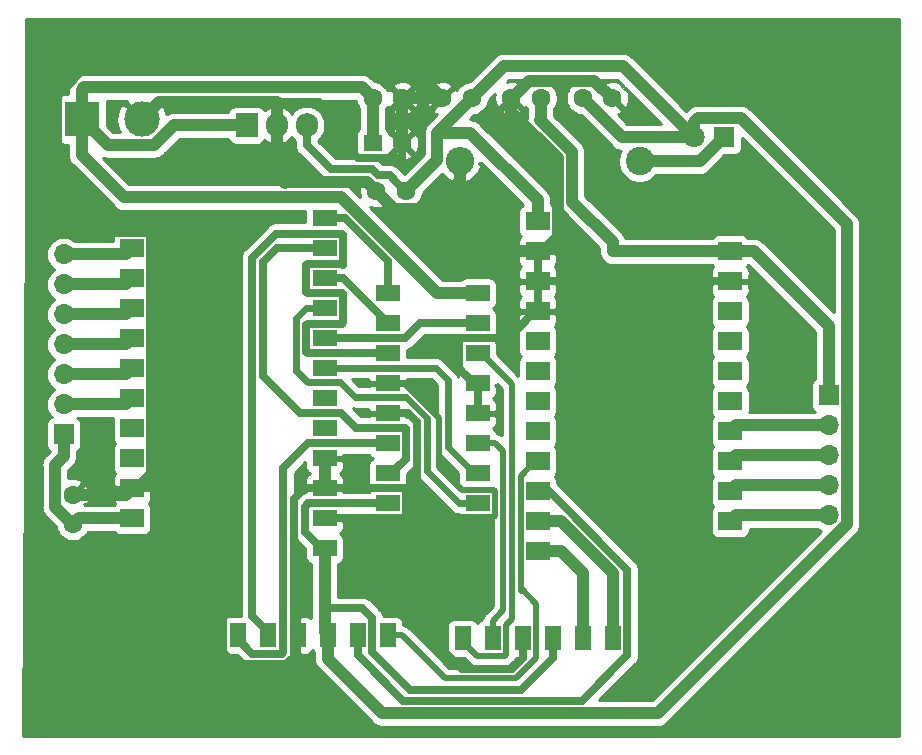
<source format=gbr>
G04 #@! TF.GenerationSoftware,KiCad,Pcbnew,(5.1.2)-2*
G04 #@! TF.CreationDate,2020-01-26T16:04:11+07:00*
G04 #@! TF.ProjectId,driver_motor,64726976-6572-45f6-9d6f-746f722e6b69,rev?*
G04 #@! TF.SameCoordinates,Original*
G04 #@! TF.FileFunction,Copper,L2,Bot*
G04 #@! TF.FilePolarity,Positive*
%FSLAX46Y46*%
G04 Gerber Fmt 4.6, Leading zero omitted, Abs format (unit mm)*
G04 Created by KiCad (PCBNEW (5.1.2)-2) date 2020-01-26 16:04:11*
%MOMM*%
%LPD*%
G04 APERTURE LIST*
%ADD10C,1.600000*%
%ADD11R,2.000000X1.600000*%
%ADD12R,2.000000X1.400000*%
%ADD13R,1.600000X1.400000*%
%ADD14R,1.800000X1.800000*%
%ADD15C,1.800000*%
%ADD16R,3.000000X3.000000*%
%ADD17C,3.000000*%
%ADD18R,1.700000X1.700000*%
%ADD19O,1.700000X1.700000*%
%ADD20R,1.400000X2.000000*%
%ADD21C,2.400000*%
%ADD22O,2.400000X2.400000*%
%ADD23R,1.905000X2.000000*%
%ADD24O,1.905000X2.000000*%
%ADD25C,1.000000*%
%ADD26C,0.700000*%
%ADD27C,0.500000*%
%ADD28C,0.600000*%
%ADD29C,0.254000*%
G04 APERTURE END LIST*
D10*
X64262000Y-45212000D03*
X66762000Y-45212000D03*
X38862000Y-78780000D03*
X38862000Y-81280000D03*
D11*
X43898000Y-57912000D03*
X43898000Y-60452000D03*
X43898000Y-62992000D03*
X43898000Y-65532000D03*
X43898000Y-68072000D03*
X43898000Y-70612000D03*
X43898000Y-73152000D03*
X43898000Y-75692000D03*
X43898000Y-78232000D03*
X43898000Y-80772000D03*
D12*
X60198000Y-83312000D03*
X60198000Y-80772000D03*
X60198000Y-78232000D03*
X60198000Y-75692000D03*
X60198000Y-73152000D03*
X60198000Y-70612000D03*
X60198000Y-68072000D03*
X60198000Y-65532000D03*
X60198000Y-62992000D03*
X60198000Y-60452000D03*
X60198000Y-57912000D03*
X60198000Y-55372000D03*
D10*
X66762000Y-49022000D03*
D13*
X64262000Y-49022000D03*
D10*
X82042000Y-45212000D03*
X84542000Y-45212000D03*
X72644000Y-45212000D03*
X70144000Y-45212000D03*
X78486000Y-45212000D03*
X75986000Y-45212000D03*
D11*
X78232000Y-83566000D03*
X78232000Y-81026000D03*
X78232000Y-78486000D03*
X78232000Y-75946000D03*
X78232000Y-73406000D03*
X78232000Y-70866000D03*
X78232000Y-68326000D03*
X78232000Y-65786000D03*
X78232000Y-63246000D03*
X78232000Y-60706000D03*
X78232000Y-58166000D03*
X78232000Y-55626000D03*
X94532000Y-58166000D03*
X94532000Y-60706000D03*
X94532000Y-63246000D03*
X94532000Y-65786000D03*
X94532000Y-68326000D03*
X94532000Y-70866000D03*
X94532000Y-73406000D03*
X94532000Y-75946000D03*
X94532000Y-78486000D03*
X94532000Y-81026000D03*
D10*
X64556000Y-53086000D03*
X67056000Y-53086000D03*
D14*
X93980000Y-48514000D03*
D15*
X91440000Y-48514000D03*
D16*
X39624000Y-46990000D03*
D17*
X44704000Y-46990000D03*
D18*
X38100000Y-73660000D03*
D19*
X38100000Y-71120000D03*
X38100000Y-68580000D03*
X38100000Y-66040000D03*
X38100000Y-63500000D03*
X38100000Y-60960000D03*
X38100000Y-58420000D03*
D18*
X102870000Y-70358000D03*
D19*
X102870000Y-72898000D03*
X102870000Y-75438000D03*
X102870000Y-77978000D03*
X102870000Y-80518000D03*
D20*
X52832000Y-90678000D03*
X55372000Y-90678000D03*
X57912000Y-90678000D03*
X60452000Y-90678000D03*
X62992000Y-90678000D03*
X65532000Y-90678000D03*
X84582000Y-90932000D03*
X82042000Y-90932000D03*
X79502000Y-90932000D03*
X76962000Y-90932000D03*
X74422000Y-90932000D03*
X71882000Y-90932000D03*
D21*
X86868000Y-50546000D03*
D22*
X71628000Y-50546000D03*
D23*
X53594000Y-47498000D03*
D24*
X56134000Y-47498000D03*
X58674000Y-47498000D03*
D12*
X73152000Y-79502000D03*
X65532000Y-61722000D03*
X73152000Y-76962000D03*
X65532000Y-64262000D03*
X73152000Y-74422000D03*
X65532000Y-66802000D03*
X73152000Y-71882000D03*
X65532000Y-69342000D03*
X73152000Y-69342000D03*
X65532000Y-71882000D03*
X73152000Y-66802000D03*
X65532000Y-74422000D03*
X73152000Y-64262000D03*
X65532000Y-76962000D03*
X73152000Y-61722000D03*
X65532000Y-79502000D03*
D25*
X41824001Y-49190001D02*
X39624000Y-46990000D01*
X45760001Y-49190001D02*
X41824001Y-49190001D01*
X47452002Y-47498000D02*
X45760001Y-49190001D01*
X53594000Y-47498000D02*
X47452002Y-47498000D01*
X39624000Y-44490000D02*
X39624000Y-46990000D01*
X39824009Y-44289991D02*
X39624000Y-44490000D01*
X63339991Y-44289991D02*
X39824009Y-44289991D01*
X64262000Y-45212000D02*
X63339991Y-44289991D01*
X64262000Y-45212000D02*
X64262000Y-49022000D01*
X69732938Y-61722000D02*
X61604938Y-53594000D01*
X73152000Y-61722000D02*
X69732938Y-61722000D01*
X61604938Y-53594000D02*
X43180000Y-53594000D01*
X39624000Y-50038000D02*
X39624000Y-46990000D01*
X43180000Y-53594000D02*
X39624000Y-50038000D01*
X43350000Y-78780000D02*
X43898000Y-78232000D01*
X38862000Y-78780000D02*
X43350000Y-78780000D01*
X60198000Y-75692000D02*
X60198000Y-78232000D01*
D26*
X73152000Y-69342000D02*
X73152000Y-71882000D01*
X61898000Y-80772000D02*
X60198000Y-80772000D01*
X76962000Y-90932000D02*
X76962000Y-92632000D01*
X76962000Y-92632000D02*
X76061991Y-93532009D01*
X76061991Y-93532009D02*
X71792007Y-93532009D01*
X71792007Y-93532009D02*
X62992000Y-84732002D01*
X62992000Y-84732002D02*
X62992000Y-81866000D01*
X62992000Y-81866000D02*
X61898000Y-80772000D01*
X58498000Y-78232000D02*
X60198000Y-78232000D01*
X57597991Y-79132009D02*
X58498000Y-78232000D01*
X57597991Y-89855991D02*
X57597991Y-79132009D01*
X57912000Y-90170000D02*
X57597991Y-89855991D01*
X57912000Y-90678000D02*
X57912000Y-90170000D01*
X61898000Y-78232000D02*
X60198000Y-78232000D01*
X66992000Y-78232000D02*
X61898000Y-78232000D01*
X67082001Y-78322001D02*
X66992000Y-78232000D01*
X66952002Y-80772000D02*
X67082001Y-80642001D01*
X60198000Y-80772000D02*
X66952002Y-80772000D01*
X67982011Y-77611991D02*
X67082001Y-78512001D01*
X67982011Y-72632011D02*
X67982011Y-77611991D01*
X67232000Y-71882000D02*
X67982011Y-72632011D01*
X65532000Y-71882000D02*
X67232000Y-71882000D01*
X67082001Y-80642001D02*
X67082001Y-78512001D01*
X67082001Y-78512001D02*
X67082001Y-78322001D01*
X78032000Y-63246000D02*
X78232000Y-63246000D01*
X75765999Y-65512001D02*
X78032000Y-63246000D01*
X71751997Y-65512001D02*
X75765999Y-65512001D01*
X71601999Y-65661999D02*
X71751997Y-65512001D01*
X71601999Y-68091999D02*
X71601999Y-65661999D01*
X72852000Y-69342000D02*
X71601999Y-68091999D01*
X73152000Y-69342000D02*
X72852000Y-69342000D01*
X57562009Y-91027991D02*
X57912000Y-90678000D01*
X57562009Y-92490797D02*
X57562009Y-91027991D01*
X45598000Y-78232000D02*
X51581999Y-84215999D01*
X43898000Y-78232000D02*
X45598000Y-78232000D01*
X51581999Y-84215999D02*
X51581999Y-92118001D01*
X51581999Y-92118001D02*
X52592008Y-93128010D01*
X52592008Y-93128010D02*
X56924796Y-93128010D01*
X56924796Y-93128010D02*
X57562009Y-92490797D01*
X78232000Y-63246000D02*
X78232000Y-60706000D01*
X78232000Y-58166000D02*
X78232000Y-60706000D01*
X79932000Y-60706000D02*
X94532000Y-60706000D01*
X78232000Y-60706000D02*
X79932000Y-60706000D01*
D25*
X56134000Y-45498000D02*
X56134000Y-47498000D01*
X56126001Y-45490001D02*
X56134000Y-45498000D01*
X44704000Y-46990000D02*
X46203999Y-45490001D01*
X46203999Y-45490001D02*
X56126001Y-45490001D01*
X66762000Y-45212000D02*
X66762000Y-49022000D01*
X66762000Y-45212000D02*
X70144000Y-45212000D01*
X56933999Y-52286001D02*
X56826010Y-52393990D01*
X64556000Y-53086000D02*
X63756001Y-52286001D01*
X63756001Y-52286001D02*
X56933999Y-52286001D01*
X56826010Y-52393990D02*
X56826010Y-52254010D01*
X56134000Y-51562000D02*
X56134000Y-47498000D01*
X56826010Y-52254010D02*
X56134000Y-51562000D01*
X76232000Y-58166000D02*
X78232000Y-58166000D01*
X71628000Y-53562000D02*
X76232000Y-58166000D01*
X71628000Y-50546000D02*
X71628000Y-53562000D01*
X71628000Y-52243056D02*
X71628000Y-50546000D01*
X69285055Y-54586001D02*
X71628000Y-52243056D01*
X66056001Y-54586001D02*
X69285055Y-54586001D01*
X64556000Y-53086000D02*
X66056001Y-54586001D01*
X76785999Y-44412001D02*
X75986000Y-45212000D01*
X77486001Y-43711999D02*
X76785999Y-44412001D01*
X84542000Y-45212000D02*
X83041999Y-43711999D01*
X78752002Y-58166000D02*
X78232000Y-58166000D01*
X79932001Y-56986001D02*
X78752002Y-58166000D01*
X79932001Y-50289371D02*
X79932001Y-56986001D01*
X75986000Y-46343370D02*
X79932001Y-50289371D01*
X75986000Y-45212000D02*
X75986000Y-46343370D01*
X80748001Y-43711999D02*
X77486001Y-43711999D01*
X83041999Y-43711999D02*
X80748001Y-43711999D01*
D26*
X66762000Y-50153370D02*
X66623370Y-50292000D01*
X66762000Y-49022000D02*
X66762000Y-50153370D01*
X59722000Y-45498000D02*
X56134000Y-45498000D01*
X60960000Y-46736000D02*
X59722000Y-45498000D01*
X60960000Y-48210002D02*
X60960000Y-46736000D01*
X63021999Y-50272001D02*
X60960000Y-48210002D01*
X66643369Y-50272001D02*
X63021999Y-50272001D01*
X66762000Y-50153370D02*
X66643369Y-50272001D01*
D25*
X45598001Y-77052001D02*
X44418002Y-78232000D01*
X45598001Y-56551999D02*
X45598001Y-77052001D01*
X45458001Y-56411999D02*
X45598001Y-56551999D01*
X44418002Y-78232000D02*
X43898000Y-78232000D01*
X41679999Y-56411999D02*
X45458001Y-56411999D01*
X37423999Y-52155999D02*
X41679999Y-56411999D01*
X37423999Y-44929999D02*
X37423999Y-52155999D01*
X40443998Y-41910000D02*
X37423999Y-44929999D01*
X66842000Y-41910000D02*
X40443998Y-41910000D01*
X70144000Y-45212000D02*
X66842000Y-41910000D01*
D27*
X69222001Y-80652001D02*
X67082001Y-78512001D01*
X74512001Y-80652001D02*
X69222001Y-80652001D01*
X74602001Y-80562001D02*
X74512001Y-80652001D01*
X74512001Y-78351999D02*
X74602001Y-78441999D01*
X71791999Y-78351999D02*
X74512001Y-78351999D01*
X69861990Y-76421990D02*
X71791999Y-78351999D01*
X69861990Y-72249222D02*
X69861990Y-76421990D01*
X74602001Y-78441999D02*
X74602001Y-80562001D01*
X66954768Y-69342000D02*
X69861990Y-72249222D01*
X65532000Y-69342000D02*
X66954768Y-69342000D01*
D25*
X38062001Y-80480001D02*
X38862000Y-81280000D01*
X37361999Y-79779999D02*
X38062001Y-80480001D01*
X37361999Y-76248001D02*
X37361999Y-79779999D01*
X38100000Y-75510000D02*
X37361999Y-76248001D01*
X38100000Y-73660000D02*
X38100000Y-75510000D01*
X39370000Y-80772000D02*
X38862000Y-81280000D01*
X43898000Y-80772000D02*
X39370000Y-80772000D01*
X43390000Y-58420000D02*
X43898000Y-57912000D01*
X38100000Y-58420000D02*
X43390000Y-58420000D01*
X43390000Y-60960000D02*
X43898000Y-60452000D01*
X38100000Y-60960000D02*
X43390000Y-60960000D01*
X43390000Y-63500000D02*
X43898000Y-62992000D01*
X38100000Y-63500000D02*
X43390000Y-63500000D01*
X43390000Y-66040000D02*
X43898000Y-65532000D01*
X38100000Y-66040000D02*
X43390000Y-66040000D01*
X43390000Y-68580000D02*
X43898000Y-68072000D01*
X38100000Y-68580000D02*
X43390000Y-68580000D01*
X43390000Y-71120000D02*
X43898000Y-70612000D01*
X38100000Y-71120000D02*
X43390000Y-71120000D01*
X60198000Y-90424000D02*
X60452000Y-90678000D01*
D26*
X67456029Y-95332029D02*
X64242001Y-92118001D01*
X76807583Y-95332029D02*
X67456029Y-95332029D01*
X79502000Y-90932000D02*
X79502000Y-92637612D01*
X79502000Y-92637612D02*
X76807583Y-95332029D01*
X63396002Y-88392000D02*
X60198000Y-88392000D01*
X64242001Y-89237999D02*
X63396002Y-88392000D01*
X64242001Y-92118001D02*
X64242001Y-89237999D01*
D25*
X60198000Y-83312000D02*
X60198000Y-88392000D01*
X60198000Y-88392000D02*
X60198000Y-90424000D01*
D26*
X59898000Y-83312000D02*
X60198000Y-83312000D01*
X58498000Y-81912000D02*
X59898000Y-83312000D01*
X58498000Y-79781998D02*
X58498000Y-81912000D01*
X58777998Y-79502000D02*
X58498000Y-79781998D01*
X65532000Y-79502000D02*
X58777998Y-79502000D01*
D25*
X67855999Y-52286001D02*
X67056000Y-53086000D01*
X69727999Y-50414001D02*
X67855999Y-52286001D01*
X69727999Y-48128001D02*
X69727999Y-50414001D01*
X72644000Y-45212000D02*
X69727999Y-48128001D01*
X72534001Y-48128001D02*
X69727999Y-48128001D01*
X78232000Y-53826000D02*
X72534001Y-48128001D01*
X78232000Y-55626000D02*
X78232000Y-53826000D01*
X85344000Y-48514000D02*
X82042000Y-45212000D01*
X91440000Y-48514000D02*
X85344000Y-48514000D01*
X73443999Y-44412001D02*
X72644000Y-45212000D01*
X75344011Y-42511989D02*
X73443999Y-44412001D01*
X85437989Y-42511989D02*
X75344011Y-42511989D01*
X91440000Y-48514000D02*
X85437989Y-42511989D01*
X91767209Y-46913999D02*
X91440000Y-47241208D01*
X95440001Y-46913999D02*
X91767209Y-46913999D01*
X91440000Y-47241208D02*
X91440000Y-48514000D01*
X104420001Y-55893999D02*
X95440001Y-46913999D01*
X104420001Y-81262001D02*
X104420001Y-55893999D01*
X65056048Y-97282048D02*
X88399954Y-97282048D01*
X60452000Y-92678000D02*
X65056048Y-97282048D01*
X88399954Y-97282048D02*
X104420001Y-81262001D01*
X60452000Y-90678000D02*
X60452000Y-92678000D01*
D26*
X60711991Y-51235991D02*
X64190930Y-51235992D01*
X58674000Y-47498000D02*
X58674000Y-49198000D01*
X58674000Y-49198000D02*
X60711991Y-51235991D01*
X66256001Y-52286001D02*
X67056000Y-53086000D01*
X65705999Y-51735999D02*
X66256001Y-52286001D01*
X64690937Y-51735999D02*
X65705999Y-51735999D01*
X64190930Y-51235992D02*
X64690937Y-51735999D01*
D28*
X72852000Y-76962000D02*
X70612000Y-74722000D01*
X73152000Y-76962000D02*
X72852000Y-76962000D01*
X70612000Y-74722000D02*
X70612000Y-69088000D01*
X69596000Y-68072000D02*
X60198000Y-68072000D01*
X70612000Y-69088000D02*
X69596000Y-68072000D01*
D26*
X61898000Y-65532000D02*
X60198000Y-65532000D01*
X66992000Y-65532000D02*
X61898000Y-65532000D01*
X68262000Y-64262000D02*
X66992000Y-65532000D01*
X73152000Y-64262000D02*
X68262000Y-64262000D01*
X59898000Y-62992000D02*
X60198000Y-62992000D01*
D28*
X58598000Y-62992000D02*
X60198000Y-62992000D01*
X57797989Y-68271991D02*
X57797989Y-63792011D01*
X58797999Y-69272001D02*
X57797989Y-68271991D01*
X57797989Y-63792011D02*
X58598000Y-62992000D01*
X61458003Y-69272001D02*
X58797999Y-69272001D01*
X62728003Y-70542001D02*
X61458003Y-69272001D01*
X67094095Y-70542001D02*
X62728003Y-70542001D01*
X68832021Y-72279927D02*
X67094095Y-70542001D01*
X68832021Y-76782021D02*
X68832021Y-72279927D01*
X71552000Y-79502000D02*
X68832021Y-76782021D01*
X73152000Y-79502000D02*
X71552000Y-79502000D01*
D26*
X61722000Y-60452000D02*
X65532000Y-64262000D01*
X60198000Y-60452000D02*
X61722000Y-60452000D01*
X59898000Y-57912000D02*
X60198000Y-57912000D01*
X62868003Y-73132001D02*
X61598003Y-71862001D01*
X66972001Y-73132001D02*
X62868003Y-73132001D01*
X67082001Y-73242001D02*
X66972001Y-73132001D01*
X67082001Y-75711999D02*
X67082001Y-73242001D01*
X65832000Y-76962000D02*
X67082001Y-75711999D01*
X65532000Y-76962000D02*
X65832000Y-76962000D01*
X54979990Y-68698796D02*
X54979990Y-59066010D01*
X58143195Y-71862001D02*
X54979990Y-68698796D01*
X59201999Y-71862001D02*
X58143195Y-71862001D01*
X59201999Y-71862001D02*
X58757999Y-71862001D01*
X61598003Y-71862001D02*
X59201999Y-71862001D01*
X56134000Y-57912000D02*
X60198000Y-57912000D01*
X54979990Y-59066010D02*
X56134000Y-57912000D01*
X65532000Y-60322000D02*
X65532000Y-61722000D01*
X65532000Y-59006000D02*
X65532000Y-60322000D01*
X61898000Y-55372000D02*
X65532000Y-59006000D01*
X60198000Y-55372000D02*
X61898000Y-55372000D01*
D25*
X96532000Y-58166000D02*
X94532000Y-58166000D01*
X102870000Y-64504000D02*
X96532000Y-58166000D01*
X102870000Y-70358000D02*
X102870000Y-64504000D01*
X94532000Y-58166000D02*
X84582000Y-58166000D01*
X81132011Y-53954011D02*
X81132010Y-49792310D01*
X84582000Y-58166000D02*
X84582000Y-57404000D01*
X84582000Y-57404000D02*
X81132011Y-53954011D01*
X81132010Y-49792310D02*
X78407850Y-47068150D01*
X78486000Y-46990000D02*
X78486000Y-45212000D01*
X78407850Y-47068150D02*
X78486000Y-46990000D01*
X82042000Y-89729919D02*
X82042000Y-90932000D01*
X82042000Y-85376000D02*
X82042000Y-89729919D01*
X80232000Y-83566000D02*
X82042000Y-85376000D01*
X78232000Y-83566000D02*
X80232000Y-83566000D01*
X84582000Y-89729919D02*
X84582000Y-90932000D01*
X84582000Y-85376000D02*
X84582000Y-89729919D01*
X80232000Y-81026000D02*
X84582000Y-85376000D01*
X78232000Y-81026000D02*
X80232000Y-81026000D01*
D26*
X62992000Y-92378000D02*
X62992000Y-90678000D01*
X66846038Y-96232038D02*
X62992000Y-92378000D01*
X81971964Y-96232038D02*
X66846038Y-96232038D01*
X85832001Y-92372001D02*
X81971964Y-96232038D01*
X85832001Y-85141063D02*
X85832001Y-92372001D01*
X79176938Y-78486000D02*
X85832001Y-85141063D01*
X78232000Y-78486000D02*
X79176938Y-78486000D01*
D27*
X78232000Y-75946000D02*
X78032000Y-75946000D01*
X78032000Y-75946000D02*
X76781999Y-77196001D01*
X66732000Y-90678000D02*
X65532000Y-90678000D01*
X70386019Y-94332019D02*
X66732000Y-90678000D01*
X76393365Y-94332019D02*
X70386019Y-94332019D01*
X78112001Y-92613383D02*
X76393365Y-94332019D01*
X76781999Y-86687999D02*
X78112001Y-88018001D01*
X76781999Y-77196001D02*
X76781999Y-86687999D01*
X78112001Y-88018001D02*
X78112001Y-92613383D01*
X76781999Y-86687999D02*
X76781999Y-86941999D01*
D25*
X95040000Y-72898000D02*
X94532000Y-73406000D01*
X102870000Y-72898000D02*
X95040000Y-72898000D01*
X95040000Y-75438000D02*
X94532000Y-75946000D01*
X102870000Y-75438000D02*
X95040000Y-75438000D01*
X95040000Y-77978000D02*
X94532000Y-78486000D01*
X102870000Y-77978000D02*
X95040000Y-77978000D01*
X95040000Y-80518000D02*
X94532000Y-81026000D01*
X102870000Y-80518000D02*
X95040000Y-80518000D01*
X91948000Y-50546000D02*
X93980000Y-48514000D01*
X86868000Y-50546000D02*
X91948000Y-50546000D01*
D26*
X63832000Y-74422000D02*
X65532000Y-74422000D01*
X56661999Y-76537999D02*
X58777998Y-74422000D01*
X56661999Y-92118001D02*
X56661999Y-76537999D01*
X56551999Y-92228001D02*
X56661999Y-92118001D01*
X54082001Y-92228001D02*
X56551999Y-92228001D01*
X52832000Y-90978000D02*
X54082001Y-92228001D01*
X58777998Y-74422000D02*
X63832000Y-74422000D01*
X52832000Y-90678000D02*
X52832000Y-90978000D01*
X63832000Y-66802000D02*
X65532000Y-66802000D01*
X58647999Y-66672001D02*
X58777998Y-66802000D01*
X58757999Y-64281999D02*
X58647999Y-64391999D01*
X61638001Y-64281999D02*
X58757999Y-64281999D01*
X58777998Y-66802000D02*
X63832000Y-66802000D01*
X61748001Y-61812001D02*
X61748001Y-64171999D01*
X61748001Y-64171999D02*
X61638001Y-64281999D01*
X58757999Y-61702001D02*
X61638001Y-61702001D01*
X58647999Y-61592001D02*
X58757999Y-61702001D01*
X58647999Y-59311999D02*
X58647999Y-61592001D01*
X58757999Y-59201999D02*
X58647999Y-59311999D01*
X58647999Y-64391999D02*
X58647999Y-66672001D01*
X61638001Y-59201999D02*
X58757999Y-59201999D01*
X61638001Y-61702001D02*
X61748001Y-61812001D01*
X61748001Y-59311999D02*
X61638001Y-59201999D01*
X61638001Y-56661999D02*
X61748001Y-56771999D01*
X56111195Y-56661999D02*
X61638001Y-56661999D01*
X54079981Y-58693213D02*
X56111195Y-56661999D01*
X54079980Y-89085980D02*
X54079981Y-58693213D01*
X61748001Y-56771999D02*
X61748001Y-59311999D01*
X55372000Y-90378000D02*
X54079980Y-89085980D01*
X55372000Y-90678000D02*
X55372000Y-90378000D01*
D27*
X74422000Y-89432000D02*
X74422000Y-90932000D01*
X75302011Y-88551989D02*
X74422000Y-89432000D01*
X75302011Y-75072011D02*
X75302011Y-88551989D01*
X74652000Y-74422000D02*
X75302011Y-75072011D01*
X73152000Y-74422000D02*
X74652000Y-74422000D01*
X71882000Y-91232000D02*
X71882000Y-90932000D01*
X73082000Y-92432000D02*
X71882000Y-91232000D01*
X75432002Y-92432000D02*
X73082000Y-92432000D01*
X75572001Y-92292001D02*
X75432002Y-92432000D01*
X75572001Y-89811997D02*
X75572001Y-92292001D01*
X76081989Y-89302009D02*
X75572001Y-89811997D01*
X76081989Y-69431989D02*
X76081989Y-89302009D01*
X73452000Y-66802000D02*
X76081989Y-69431989D01*
X73152000Y-66802000D02*
X73452000Y-66802000D01*
D29*
G36*
X108814000Y-99162000D02*
G01*
X34698722Y-99162000D01*
X34793017Y-76248001D01*
X36221508Y-76248001D01*
X36226999Y-76303753D01*
X36227000Y-79724238D01*
X36221508Y-79779999D01*
X36243422Y-80002497D01*
X36308323Y-80216445D01*
X36330268Y-80257501D01*
X36413716Y-80413622D01*
X36555551Y-80586448D01*
X36598859Y-80621990D01*
X37220013Y-81243144D01*
X37434150Y-81457282D01*
X37482147Y-81698574D01*
X37590320Y-81959727D01*
X37747363Y-82194759D01*
X37947241Y-82394637D01*
X38182273Y-82551680D01*
X38443426Y-82659853D01*
X38720665Y-82715000D01*
X39003335Y-82715000D01*
X39280574Y-82659853D01*
X39541727Y-82551680D01*
X39776759Y-82394637D01*
X39976637Y-82194759D01*
X40133680Y-81959727D01*
X40155520Y-81907000D01*
X42357043Y-81907000D01*
X42367463Y-81926494D01*
X42446815Y-82023185D01*
X42543506Y-82102537D01*
X42653820Y-82161502D01*
X42773518Y-82197812D01*
X42898000Y-82210072D01*
X44898000Y-82210072D01*
X45022482Y-82197812D01*
X45142180Y-82161502D01*
X45252494Y-82102537D01*
X45349185Y-82023185D01*
X45428537Y-81926494D01*
X45487502Y-81816180D01*
X45523812Y-81696482D01*
X45536072Y-81572000D01*
X45536072Y-79972000D01*
X45523812Y-79847518D01*
X45487502Y-79727820D01*
X45428537Y-79617506D01*
X45349185Y-79520815D01*
X45326259Y-79502000D01*
X45349185Y-79483185D01*
X45428537Y-79386494D01*
X45487502Y-79276180D01*
X45523812Y-79156482D01*
X45536072Y-79032000D01*
X45533000Y-78517750D01*
X45374250Y-78359000D01*
X44025000Y-78359000D01*
X44025000Y-78379000D01*
X43771000Y-78379000D01*
X43771000Y-78359000D01*
X42421750Y-78359000D01*
X42263000Y-78517750D01*
X42259928Y-79032000D01*
X42272188Y-79156482D01*
X42308498Y-79276180D01*
X42367463Y-79386494D01*
X42446815Y-79483185D01*
X42469741Y-79502000D01*
X42446815Y-79520815D01*
X42367463Y-79617506D01*
X42357043Y-79637000D01*
X39898607Y-79637000D01*
X39854704Y-79593097D01*
X40098671Y-79521514D01*
X40219571Y-79266004D01*
X40288300Y-78991816D01*
X40302217Y-78709488D01*
X40260787Y-78429870D01*
X40165603Y-78163708D01*
X40098671Y-78038486D01*
X39854702Y-77966903D01*
X39041605Y-78780000D01*
X39055748Y-78794143D01*
X38876143Y-78973748D01*
X38862000Y-78959605D01*
X38847858Y-78973748D01*
X38668253Y-78794143D01*
X38682395Y-78780000D01*
X38668253Y-78765858D01*
X38847858Y-78586253D01*
X38862000Y-78600395D01*
X39675097Y-77787298D01*
X39603514Y-77543329D01*
X39348004Y-77422429D01*
X39073816Y-77353700D01*
X38791488Y-77339783D01*
X38511870Y-77381213D01*
X38496999Y-77386531D01*
X38496999Y-76718132D01*
X38863135Y-76351996D01*
X38906449Y-76316449D01*
X39048284Y-76143623D01*
X39153676Y-75946447D01*
X39218577Y-75732499D01*
X39225668Y-75660499D01*
X39240491Y-75510001D01*
X39235000Y-75454249D01*
X39235000Y-75077683D01*
X39304494Y-75040537D01*
X39401185Y-74961185D01*
X39480537Y-74864494D01*
X39539502Y-74754180D01*
X39575812Y-74634482D01*
X39588072Y-74510000D01*
X39588072Y-72810000D01*
X39575812Y-72685518D01*
X39539502Y-72565820D01*
X39480537Y-72455506D01*
X39401185Y-72358815D01*
X39304494Y-72279463D01*
X39258728Y-72255000D01*
X42269481Y-72255000D01*
X42259928Y-72352000D01*
X42259928Y-73952000D01*
X42272188Y-74076482D01*
X42308498Y-74196180D01*
X42367463Y-74306494D01*
X42446815Y-74403185D01*
X42469741Y-74422000D01*
X42446815Y-74440815D01*
X42367463Y-74537506D01*
X42308498Y-74647820D01*
X42272188Y-74767518D01*
X42259928Y-74892000D01*
X42259928Y-76492000D01*
X42272188Y-76616482D01*
X42308498Y-76736180D01*
X42367463Y-76846494D01*
X42446815Y-76943185D01*
X42469741Y-76962000D01*
X42446815Y-76980815D01*
X42367463Y-77077506D01*
X42308498Y-77187820D01*
X42272188Y-77307518D01*
X42259928Y-77432000D01*
X42263000Y-77946250D01*
X42421750Y-78105000D01*
X43771000Y-78105000D01*
X43771000Y-78085000D01*
X44025000Y-78085000D01*
X44025000Y-78105000D01*
X45374250Y-78105000D01*
X45533000Y-77946250D01*
X45536072Y-77432000D01*
X45523812Y-77307518D01*
X45487502Y-77187820D01*
X45428537Y-77077506D01*
X45349185Y-76980815D01*
X45326259Y-76962000D01*
X45349185Y-76943185D01*
X45428537Y-76846494D01*
X45487502Y-76736180D01*
X45523812Y-76616482D01*
X45536072Y-76492000D01*
X45536072Y-74892000D01*
X45523812Y-74767518D01*
X45487502Y-74647820D01*
X45428537Y-74537506D01*
X45349185Y-74440815D01*
X45326259Y-74422000D01*
X45349185Y-74403185D01*
X45428537Y-74306494D01*
X45487502Y-74196180D01*
X45523812Y-74076482D01*
X45536072Y-73952000D01*
X45536072Y-72352000D01*
X45523812Y-72227518D01*
X45487502Y-72107820D01*
X45428537Y-71997506D01*
X45349185Y-71900815D01*
X45326259Y-71882000D01*
X45349185Y-71863185D01*
X45428537Y-71766494D01*
X45487502Y-71656180D01*
X45523812Y-71536482D01*
X45536072Y-71412000D01*
X45536072Y-69812000D01*
X45523812Y-69687518D01*
X45487502Y-69567820D01*
X45428537Y-69457506D01*
X45349185Y-69360815D01*
X45326259Y-69342000D01*
X45349185Y-69323185D01*
X45428537Y-69226494D01*
X45487502Y-69116180D01*
X45523812Y-68996482D01*
X45536072Y-68872000D01*
X45536072Y-67272000D01*
X45523812Y-67147518D01*
X45487502Y-67027820D01*
X45428537Y-66917506D01*
X45349185Y-66820815D01*
X45326259Y-66802000D01*
X45349185Y-66783185D01*
X45428537Y-66686494D01*
X45487502Y-66576180D01*
X45523812Y-66456482D01*
X45536072Y-66332000D01*
X45536072Y-64732000D01*
X45523812Y-64607518D01*
X45487502Y-64487820D01*
X45428537Y-64377506D01*
X45349185Y-64280815D01*
X45326259Y-64262000D01*
X45349185Y-64243185D01*
X45428537Y-64146494D01*
X45487502Y-64036180D01*
X45523812Y-63916482D01*
X45536072Y-63792000D01*
X45536072Y-62192000D01*
X45523812Y-62067518D01*
X45487502Y-61947820D01*
X45428537Y-61837506D01*
X45349185Y-61740815D01*
X45326259Y-61722000D01*
X45349185Y-61703185D01*
X45428537Y-61606494D01*
X45487502Y-61496180D01*
X45523812Y-61376482D01*
X45536072Y-61252000D01*
X45536072Y-59652000D01*
X45523812Y-59527518D01*
X45487502Y-59407820D01*
X45428537Y-59297506D01*
X45349185Y-59200815D01*
X45326259Y-59182000D01*
X45349185Y-59163185D01*
X45428537Y-59066494D01*
X45487502Y-58956180D01*
X45523812Y-58836482D01*
X45536072Y-58712000D01*
X45536072Y-57112000D01*
X45523812Y-56987518D01*
X45487502Y-56867820D01*
X45428537Y-56757506D01*
X45349185Y-56660815D01*
X45252494Y-56581463D01*
X45142180Y-56522498D01*
X45022482Y-56486188D01*
X44898000Y-56473928D01*
X42898000Y-56473928D01*
X42773518Y-56486188D01*
X42653820Y-56522498D01*
X42543506Y-56581463D01*
X42446815Y-56660815D01*
X42367463Y-56757506D01*
X42308498Y-56867820D01*
X42272188Y-56987518D01*
X42259928Y-57112000D01*
X42259928Y-57285000D01*
X39057817Y-57285000D01*
X38929014Y-57179294D01*
X38671034Y-57041401D01*
X38391111Y-56956487D01*
X38172950Y-56935000D01*
X38027050Y-56935000D01*
X37808889Y-56956487D01*
X37528966Y-57041401D01*
X37270986Y-57179294D01*
X37044866Y-57364866D01*
X36859294Y-57590986D01*
X36721401Y-57848966D01*
X36636487Y-58128889D01*
X36607815Y-58420000D01*
X36636487Y-58711111D01*
X36721401Y-58991034D01*
X36859294Y-59249014D01*
X37044866Y-59475134D01*
X37270986Y-59660706D01*
X37325791Y-59690000D01*
X37270986Y-59719294D01*
X37044866Y-59904866D01*
X36859294Y-60130986D01*
X36721401Y-60388966D01*
X36636487Y-60668889D01*
X36607815Y-60960000D01*
X36636487Y-61251111D01*
X36721401Y-61531034D01*
X36859294Y-61789014D01*
X37044866Y-62015134D01*
X37270986Y-62200706D01*
X37325791Y-62230000D01*
X37270986Y-62259294D01*
X37044866Y-62444866D01*
X36859294Y-62670986D01*
X36721401Y-62928966D01*
X36636487Y-63208889D01*
X36607815Y-63500000D01*
X36636487Y-63791111D01*
X36721401Y-64071034D01*
X36859294Y-64329014D01*
X37044866Y-64555134D01*
X37270986Y-64740706D01*
X37325791Y-64770000D01*
X37270986Y-64799294D01*
X37044866Y-64984866D01*
X36859294Y-65210986D01*
X36721401Y-65468966D01*
X36636487Y-65748889D01*
X36607815Y-66040000D01*
X36636487Y-66331111D01*
X36721401Y-66611034D01*
X36859294Y-66869014D01*
X37044866Y-67095134D01*
X37270986Y-67280706D01*
X37325791Y-67310000D01*
X37270986Y-67339294D01*
X37044866Y-67524866D01*
X36859294Y-67750986D01*
X36721401Y-68008966D01*
X36636487Y-68288889D01*
X36607815Y-68580000D01*
X36636487Y-68871111D01*
X36721401Y-69151034D01*
X36859294Y-69409014D01*
X37044866Y-69635134D01*
X37270986Y-69820706D01*
X37325791Y-69850000D01*
X37270986Y-69879294D01*
X37044866Y-70064866D01*
X36859294Y-70290986D01*
X36721401Y-70548966D01*
X36636487Y-70828889D01*
X36607815Y-71120000D01*
X36636487Y-71411111D01*
X36721401Y-71691034D01*
X36859294Y-71949014D01*
X37044866Y-72175134D01*
X37074687Y-72199607D01*
X37005820Y-72220498D01*
X36895506Y-72279463D01*
X36798815Y-72358815D01*
X36719463Y-72455506D01*
X36660498Y-72565820D01*
X36624188Y-72685518D01*
X36611928Y-72810000D01*
X36611928Y-74510000D01*
X36624188Y-74634482D01*
X36660498Y-74754180D01*
X36719463Y-74864494D01*
X36798815Y-74961185D01*
X36895506Y-75040537D01*
X36940358Y-75064511D01*
X36598864Y-75406005D01*
X36555550Y-75441552D01*
X36413715Y-75614378D01*
X36335677Y-75760379D01*
X36308323Y-75811555D01*
X36243422Y-76025503D01*
X36221508Y-76248001D01*
X34793017Y-76248001D01*
X34919593Y-45490000D01*
X37485928Y-45490000D01*
X37485928Y-48490000D01*
X37498188Y-48614482D01*
X37534498Y-48734180D01*
X37593463Y-48844494D01*
X37672815Y-48941185D01*
X37769506Y-49020537D01*
X37879820Y-49079502D01*
X37999518Y-49115812D01*
X38124000Y-49128072D01*
X38489000Y-49128072D01*
X38489000Y-49982248D01*
X38483509Y-50038000D01*
X38489000Y-50093751D01*
X38505423Y-50260498D01*
X38570324Y-50474446D01*
X38675716Y-50671623D01*
X38817551Y-50844449D01*
X38860865Y-50879996D01*
X42338009Y-54357141D01*
X42373551Y-54400449D01*
X42546377Y-54542284D01*
X42743553Y-54647676D01*
X42957501Y-54712577D01*
X43124248Y-54729000D01*
X43124257Y-54729000D01*
X43179999Y-54734490D01*
X43235741Y-54729000D01*
X58559928Y-54729000D01*
X58559928Y-55676999D01*
X56159574Y-55676999D01*
X56111194Y-55672234D01*
X55918100Y-55691252D01*
X55874886Y-55704361D01*
X55732428Y-55747575D01*
X55561311Y-55839039D01*
X55411325Y-55962129D01*
X55380479Y-55999715D01*
X53417692Y-57962502D01*
X53380112Y-57993343D01*
X53257022Y-58143329D01*
X53217645Y-58216999D01*
X53165557Y-58314447D01*
X53109234Y-58500120D01*
X53090216Y-58693213D01*
X53094982Y-58741603D01*
X53094980Y-89037600D01*
X53094751Y-89039928D01*
X52132000Y-89039928D01*
X52007518Y-89052188D01*
X51887820Y-89088498D01*
X51777506Y-89147463D01*
X51680815Y-89226815D01*
X51601463Y-89323506D01*
X51542498Y-89433820D01*
X51506188Y-89553518D01*
X51493928Y-89678000D01*
X51493928Y-91678000D01*
X51506188Y-91802482D01*
X51542498Y-91922180D01*
X51601463Y-92032494D01*
X51680815Y-92129185D01*
X51777506Y-92208537D01*
X51887820Y-92267502D01*
X52007518Y-92303812D01*
X52132000Y-92316072D01*
X52777072Y-92316072D01*
X53351285Y-92890285D01*
X53382131Y-92927871D01*
X53532117Y-93050961D01*
X53703234Y-93142425D01*
X53845692Y-93185639D01*
X53888906Y-93198748D01*
X54082000Y-93217766D01*
X54130380Y-93213001D01*
X56503619Y-93213001D01*
X56551999Y-93217766D01*
X56600379Y-93213001D01*
X56745093Y-93198748D01*
X56930766Y-93142425D01*
X57101883Y-93050961D01*
X57251869Y-92927871D01*
X57282716Y-92890283D01*
X57324280Y-92848720D01*
X57361869Y-92817871D01*
X57484959Y-92667885D01*
X57576423Y-92496768D01*
X57632746Y-92311095D01*
X57633248Y-92306002D01*
X57785000Y-92154250D01*
X57785000Y-90805000D01*
X57765000Y-90805000D01*
X57765000Y-90551000D01*
X57785000Y-90551000D01*
X57785000Y-89201750D01*
X57646999Y-89063749D01*
X57646999Y-82409421D01*
X57675041Y-82461884D01*
X57798131Y-82611870D01*
X57835711Y-82642711D01*
X58559928Y-83366929D01*
X58559928Y-84012000D01*
X58572188Y-84136482D01*
X58608498Y-84256180D01*
X58667463Y-84366494D01*
X58746815Y-84463185D01*
X58843506Y-84542537D01*
X58953820Y-84601502D01*
X59063000Y-84634621D01*
X59063001Y-88336239D01*
X59063000Y-88336249D01*
X59063000Y-89226664D01*
X58966494Y-89147463D01*
X58856180Y-89088498D01*
X58736482Y-89052188D01*
X58612000Y-89039928D01*
X58197750Y-89043000D01*
X58039000Y-89201750D01*
X58039000Y-90551000D01*
X58059000Y-90551000D01*
X58059000Y-90805000D01*
X58039000Y-90805000D01*
X58039000Y-92154250D01*
X58197750Y-92313000D01*
X58612000Y-92316072D01*
X58736482Y-92303812D01*
X58856180Y-92267502D01*
X58966494Y-92208537D01*
X59063185Y-92129185D01*
X59142537Y-92032494D01*
X59182000Y-91958665D01*
X59221463Y-92032494D01*
X59300815Y-92129185D01*
X59317001Y-92142468D01*
X59317001Y-92622239D01*
X59311509Y-92678000D01*
X59333423Y-92900498D01*
X59398324Y-93114446D01*
X59434049Y-93181283D01*
X59503717Y-93311623D01*
X59645552Y-93484449D01*
X59688860Y-93519991D01*
X64214057Y-98045189D01*
X64249599Y-98088497D01*
X64422425Y-98230332D01*
X64619601Y-98335724D01*
X64783753Y-98385519D01*
X64833548Y-98400625D01*
X65056047Y-98422539D01*
X65111799Y-98417048D01*
X88344203Y-98417048D01*
X88399954Y-98422539D01*
X88455705Y-98417048D01*
X88455706Y-98417048D01*
X88622453Y-98400625D01*
X88836401Y-98335724D01*
X89033577Y-98230332D01*
X89206403Y-98088497D01*
X89241950Y-98045183D01*
X105183142Y-82103992D01*
X105226450Y-82068450D01*
X105368285Y-81895624D01*
X105473677Y-81698448D01*
X105538578Y-81484500D01*
X105555001Y-81317753D01*
X105555001Y-81317752D01*
X105560492Y-81262001D01*
X105555001Y-81206249D01*
X105555001Y-55949751D01*
X105560492Y-55893999D01*
X105538578Y-55671500D01*
X105473677Y-55457552D01*
X105368285Y-55260376D01*
X105301424Y-55178906D01*
X105226450Y-55087550D01*
X105183142Y-55052008D01*
X96281997Y-46150864D01*
X96246450Y-46107550D01*
X96073624Y-45965715D01*
X95876448Y-45860323D01*
X95662500Y-45795422D01*
X95495753Y-45778999D01*
X95495752Y-45778999D01*
X95440001Y-45773508D01*
X95384250Y-45778999D01*
X91822950Y-45778999D01*
X91767208Y-45773509D01*
X91711466Y-45778999D01*
X91711457Y-45778999D01*
X91544710Y-45795422D01*
X91330762Y-45860323D01*
X91133586Y-45965715D01*
X90960760Y-46107550D01*
X90925213Y-46150864D01*
X90803604Y-46272473D01*
X86279985Y-41748854D01*
X86244438Y-41705540D01*
X86071612Y-41563705D01*
X85874436Y-41458313D01*
X85660488Y-41393412D01*
X85493741Y-41376989D01*
X85493740Y-41376989D01*
X85437989Y-41371498D01*
X85382238Y-41376989D01*
X75399763Y-41376989D01*
X75344011Y-41371498D01*
X75288259Y-41376989D01*
X75121512Y-41393412D01*
X74907564Y-41458313D01*
X74710388Y-41563705D01*
X74537562Y-41705540D01*
X74502020Y-41748848D01*
X72680860Y-43570009D01*
X72680855Y-43570013D01*
X72466718Y-43784150D01*
X72225426Y-43832147D01*
X71964273Y-43940320D01*
X71729241Y-44097363D01*
X71529363Y-44297241D01*
X71395308Y-44497869D01*
X71380671Y-44470486D01*
X71136702Y-44398903D01*
X70323605Y-45212000D01*
X70337748Y-45226143D01*
X70158143Y-45405748D01*
X70144000Y-45391605D01*
X69330903Y-46204702D01*
X69402486Y-46448671D01*
X69657996Y-46569571D01*
X69676627Y-46574241D01*
X68964864Y-47286005D01*
X68921550Y-47321552D01*
X68779715Y-47494378D01*
X68674323Y-47691554D01*
X68609422Y-47905502D01*
X68587508Y-48128001D01*
X68592999Y-48183753D01*
X68593000Y-49943868D01*
X67092860Y-51444009D01*
X67092855Y-51444013D01*
X66949934Y-51586934D01*
X66918291Y-51555291D01*
X66918286Y-51555287D01*
X66436715Y-51073715D01*
X66405869Y-51036129D01*
X66255883Y-50913039D01*
X66084766Y-50821575D01*
X65899093Y-50765252D01*
X65754379Y-50750999D01*
X65705999Y-50746234D01*
X65657619Y-50750999D01*
X65098937Y-50750999D01*
X64921641Y-50573703D01*
X64890800Y-50536123D01*
X64740814Y-50413033D01*
X64641731Y-50360072D01*
X65062000Y-50360072D01*
X65186482Y-50347812D01*
X65306180Y-50311502D01*
X65416494Y-50252537D01*
X65513185Y-50173185D01*
X65592537Y-50076494D01*
X65625566Y-50014702D01*
X65948903Y-50014702D01*
X66020486Y-50258671D01*
X66275996Y-50379571D01*
X66550184Y-50448300D01*
X66832512Y-50462217D01*
X67112130Y-50420787D01*
X67378292Y-50325603D01*
X67503514Y-50258671D01*
X67575097Y-50014702D01*
X66762000Y-49201605D01*
X65948903Y-50014702D01*
X65625566Y-50014702D01*
X65651502Y-49966180D01*
X65687812Y-49846482D01*
X65691190Y-49812179D01*
X65769298Y-49835097D01*
X66582395Y-49022000D01*
X66941605Y-49022000D01*
X67754702Y-49835097D01*
X67998671Y-49763514D01*
X68119571Y-49508004D01*
X68188300Y-49233816D01*
X68202217Y-48951488D01*
X68160787Y-48671870D01*
X68065603Y-48405708D01*
X67998671Y-48280486D01*
X67754702Y-48208903D01*
X66941605Y-49022000D01*
X66582395Y-49022000D01*
X65769298Y-48208903D01*
X65691190Y-48231821D01*
X65687812Y-48197518D01*
X65651502Y-48077820D01*
X65625567Y-48029298D01*
X65948903Y-48029298D01*
X66762000Y-48842395D01*
X67575097Y-48029298D01*
X67503514Y-47785329D01*
X67248004Y-47664429D01*
X66973816Y-47595700D01*
X66691488Y-47581783D01*
X66411870Y-47623213D01*
X66145708Y-47718397D01*
X66020486Y-47785329D01*
X65948903Y-48029298D01*
X65625567Y-48029298D01*
X65592537Y-47967506D01*
X65513185Y-47870815D01*
X65416494Y-47791463D01*
X65397000Y-47781043D01*
X65397000Y-46204702D01*
X65948903Y-46204702D01*
X66020486Y-46448671D01*
X66275996Y-46569571D01*
X66550184Y-46638300D01*
X66832512Y-46652217D01*
X67112130Y-46610787D01*
X67378292Y-46515603D01*
X67503514Y-46448671D01*
X67575097Y-46204702D01*
X66762000Y-45391605D01*
X65948903Y-46204702D01*
X65397000Y-46204702D01*
X65397000Y-46096284D01*
X65510692Y-45926131D01*
X65525329Y-45953514D01*
X65769298Y-46025097D01*
X66582395Y-45212000D01*
X66941605Y-45212000D01*
X67754702Y-46025097D01*
X67998671Y-45953514D01*
X68119571Y-45698004D01*
X68188300Y-45423816D01*
X68195265Y-45282512D01*
X68703783Y-45282512D01*
X68745213Y-45562130D01*
X68840397Y-45828292D01*
X68907329Y-45953514D01*
X69151298Y-46025097D01*
X69964395Y-45212000D01*
X69151298Y-44398903D01*
X68907329Y-44470486D01*
X68786429Y-44725996D01*
X68717700Y-45000184D01*
X68703783Y-45282512D01*
X68195265Y-45282512D01*
X68202217Y-45141488D01*
X68160787Y-44861870D01*
X68065603Y-44595708D01*
X67998671Y-44470486D01*
X67754702Y-44398903D01*
X66941605Y-45212000D01*
X66582395Y-45212000D01*
X65769298Y-44398903D01*
X65525329Y-44470486D01*
X65511676Y-44499341D01*
X65376637Y-44297241D01*
X65298694Y-44219298D01*
X65948903Y-44219298D01*
X66762000Y-45032395D01*
X67575097Y-44219298D01*
X69330903Y-44219298D01*
X70144000Y-45032395D01*
X70957097Y-44219298D01*
X70885514Y-43975329D01*
X70630004Y-43854429D01*
X70355816Y-43785700D01*
X70073488Y-43771783D01*
X69793870Y-43813213D01*
X69527708Y-43908397D01*
X69402486Y-43975329D01*
X69330903Y-44219298D01*
X67575097Y-44219298D01*
X67503514Y-43975329D01*
X67248004Y-43854429D01*
X66973816Y-43785700D01*
X66691488Y-43771783D01*
X66411870Y-43813213D01*
X66145708Y-43908397D01*
X66020486Y-43975329D01*
X65948903Y-44219298D01*
X65298694Y-44219298D01*
X65176759Y-44097363D01*
X64941727Y-43940320D01*
X64680574Y-43832147D01*
X64439282Y-43784150D01*
X64181986Y-43526855D01*
X64146440Y-43483542D01*
X63973614Y-43341707D01*
X63776438Y-43236315D01*
X63562490Y-43171414D01*
X63395743Y-43154991D01*
X63395742Y-43154991D01*
X63339991Y-43149500D01*
X63284240Y-43154991D01*
X39879750Y-43154991D01*
X39824008Y-43149501D01*
X39768267Y-43154991D01*
X39768257Y-43154991D01*
X39601510Y-43171414D01*
X39387562Y-43236315D01*
X39190386Y-43341707D01*
X39017560Y-43483542D01*
X38982013Y-43526856D01*
X38860865Y-43648004D01*
X38817551Y-43683551D01*
X38675716Y-43856377D01*
X38612136Y-43975329D01*
X38570324Y-44053554D01*
X38505423Y-44267502D01*
X38483509Y-44490000D01*
X38489000Y-44545752D01*
X38489000Y-44851928D01*
X38124000Y-44851928D01*
X37999518Y-44864188D01*
X37879820Y-44900498D01*
X37769506Y-44959463D01*
X37672815Y-45038815D01*
X37593463Y-45135506D01*
X37534498Y-45245820D01*
X37498188Y-45365518D01*
X37485928Y-45490000D01*
X34919593Y-45490000D01*
X34948334Y-38506000D01*
X108814001Y-38506000D01*
X108814000Y-99162000D01*
X108814000Y-99162000D01*
G37*
X108814000Y-99162000D02*
X34698722Y-99162000D01*
X34793017Y-76248001D01*
X36221508Y-76248001D01*
X36226999Y-76303753D01*
X36227000Y-79724238D01*
X36221508Y-79779999D01*
X36243422Y-80002497D01*
X36308323Y-80216445D01*
X36330268Y-80257501D01*
X36413716Y-80413622D01*
X36555551Y-80586448D01*
X36598859Y-80621990D01*
X37220013Y-81243144D01*
X37434150Y-81457282D01*
X37482147Y-81698574D01*
X37590320Y-81959727D01*
X37747363Y-82194759D01*
X37947241Y-82394637D01*
X38182273Y-82551680D01*
X38443426Y-82659853D01*
X38720665Y-82715000D01*
X39003335Y-82715000D01*
X39280574Y-82659853D01*
X39541727Y-82551680D01*
X39776759Y-82394637D01*
X39976637Y-82194759D01*
X40133680Y-81959727D01*
X40155520Y-81907000D01*
X42357043Y-81907000D01*
X42367463Y-81926494D01*
X42446815Y-82023185D01*
X42543506Y-82102537D01*
X42653820Y-82161502D01*
X42773518Y-82197812D01*
X42898000Y-82210072D01*
X44898000Y-82210072D01*
X45022482Y-82197812D01*
X45142180Y-82161502D01*
X45252494Y-82102537D01*
X45349185Y-82023185D01*
X45428537Y-81926494D01*
X45487502Y-81816180D01*
X45523812Y-81696482D01*
X45536072Y-81572000D01*
X45536072Y-79972000D01*
X45523812Y-79847518D01*
X45487502Y-79727820D01*
X45428537Y-79617506D01*
X45349185Y-79520815D01*
X45326259Y-79502000D01*
X45349185Y-79483185D01*
X45428537Y-79386494D01*
X45487502Y-79276180D01*
X45523812Y-79156482D01*
X45536072Y-79032000D01*
X45533000Y-78517750D01*
X45374250Y-78359000D01*
X44025000Y-78359000D01*
X44025000Y-78379000D01*
X43771000Y-78379000D01*
X43771000Y-78359000D01*
X42421750Y-78359000D01*
X42263000Y-78517750D01*
X42259928Y-79032000D01*
X42272188Y-79156482D01*
X42308498Y-79276180D01*
X42367463Y-79386494D01*
X42446815Y-79483185D01*
X42469741Y-79502000D01*
X42446815Y-79520815D01*
X42367463Y-79617506D01*
X42357043Y-79637000D01*
X39898607Y-79637000D01*
X39854704Y-79593097D01*
X40098671Y-79521514D01*
X40219571Y-79266004D01*
X40288300Y-78991816D01*
X40302217Y-78709488D01*
X40260787Y-78429870D01*
X40165603Y-78163708D01*
X40098671Y-78038486D01*
X39854702Y-77966903D01*
X39041605Y-78780000D01*
X39055748Y-78794143D01*
X38876143Y-78973748D01*
X38862000Y-78959605D01*
X38847858Y-78973748D01*
X38668253Y-78794143D01*
X38682395Y-78780000D01*
X38668253Y-78765858D01*
X38847858Y-78586253D01*
X38862000Y-78600395D01*
X39675097Y-77787298D01*
X39603514Y-77543329D01*
X39348004Y-77422429D01*
X39073816Y-77353700D01*
X38791488Y-77339783D01*
X38511870Y-77381213D01*
X38496999Y-77386531D01*
X38496999Y-76718132D01*
X38863135Y-76351996D01*
X38906449Y-76316449D01*
X39048284Y-76143623D01*
X39153676Y-75946447D01*
X39218577Y-75732499D01*
X39225668Y-75660499D01*
X39240491Y-75510001D01*
X39235000Y-75454249D01*
X39235000Y-75077683D01*
X39304494Y-75040537D01*
X39401185Y-74961185D01*
X39480537Y-74864494D01*
X39539502Y-74754180D01*
X39575812Y-74634482D01*
X39588072Y-74510000D01*
X39588072Y-72810000D01*
X39575812Y-72685518D01*
X39539502Y-72565820D01*
X39480537Y-72455506D01*
X39401185Y-72358815D01*
X39304494Y-72279463D01*
X39258728Y-72255000D01*
X42269481Y-72255000D01*
X42259928Y-72352000D01*
X42259928Y-73952000D01*
X42272188Y-74076482D01*
X42308498Y-74196180D01*
X42367463Y-74306494D01*
X42446815Y-74403185D01*
X42469741Y-74422000D01*
X42446815Y-74440815D01*
X42367463Y-74537506D01*
X42308498Y-74647820D01*
X42272188Y-74767518D01*
X42259928Y-74892000D01*
X42259928Y-76492000D01*
X42272188Y-76616482D01*
X42308498Y-76736180D01*
X42367463Y-76846494D01*
X42446815Y-76943185D01*
X42469741Y-76962000D01*
X42446815Y-76980815D01*
X42367463Y-77077506D01*
X42308498Y-77187820D01*
X42272188Y-77307518D01*
X42259928Y-77432000D01*
X42263000Y-77946250D01*
X42421750Y-78105000D01*
X43771000Y-78105000D01*
X43771000Y-78085000D01*
X44025000Y-78085000D01*
X44025000Y-78105000D01*
X45374250Y-78105000D01*
X45533000Y-77946250D01*
X45536072Y-77432000D01*
X45523812Y-77307518D01*
X45487502Y-77187820D01*
X45428537Y-77077506D01*
X45349185Y-76980815D01*
X45326259Y-76962000D01*
X45349185Y-76943185D01*
X45428537Y-76846494D01*
X45487502Y-76736180D01*
X45523812Y-76616482D01*
X45536072Y-76492000D01*
X45536072Y-74892000D01*
X45523812Y-74767518D01*
X45487502Y-74647820D01*
X45428537Y-74537506D01*
X45349185Y-74440815D01*
X45326259Y-74422000D01*
X45349185Y-74403185D01*
X45428537Y-74306494D01*
X45487502Y-74196180D01*
X45523812Y-74076482D01*
X45536072Y-73952000D01*
X45536072Y-72352000D01*
X45523812Y-72227518D01*
X45487502Y-72107820D01*
X45428537Y-71997506D01*
X45349185Y-71900815D01*
X45326259Y-71882000D01*
X45349185Y-71863185D01*
X45428537Y-71766494D01*
X45487502Y-71656180D01*
X45523812Y-71536482D01*
X45536072Y-71412000D01*
X45536072Y-69812000D01*
X45523812Y-69687518D01*
X45487502Y-69567820D01*
X45428537Y-69457506D01*
X45349185Y-69360815D01*
X45326259Y-69342000D01*
X45349185Y-69323185D01*
X45428537Y-69226494D01*
X45487502Y-69116180D01*
X45523812Y-68996482D01*
X45536072Y-68872000D01*
X45536072Y-67272000D01*
X45523812Y-67147518D01*
X45487502Y-67027820D01*
X45428537Y-66917506D01*
X45349185Y-66820815D01*
X45326259Y-66802000D01*
X45349185Y-66783185D01*
X45428537Y-66686494D01*
X45487502Y-66576180D01*
X45523812Y-66456482D01*
X45536072Y-66332000D01*
X45536072Y-64732000D01*
X45523812Y-64607518D01*
X45487502Y-64487820D01*
X45428537Y-64377506D01*
X45349185Y-64280815D01*
X45326259Y-64262000D01*
X45349185Y-64243185D01*
X45428537Y-64146494D01*
X45487502Y-64036180D01*
X45523812Y-63916482D01*
X45536072Y-63792000D01*
X45536072Y-62192000D01*
X45523812Y-62067518D01*
X45487502Y-61947820D01*
X45428537Y-61837506D01*
X45349185Y-61740815D01*
X45326259Y-61722000D01*
X45349185Y-61703185D01*
X45428537Y-61606494D01*
X45487502Y-61496180D01*
X45523812Y-61376482D01*
X45536072Y-61252000D01*
X45536072Y-59652000D01*
X45523812Y-59527518D01*
X45487502Y-59407820D01*
X45428537Y-59297506D01*
X45349185Y-59200815D01*
X45326259Y-59182000D01*
X45349185Y-59163185D01*
X45428537Y-59066494D01*
X45487502Y-58956180D01*
X45523812Y-58836482D01*
X45536072Y-58712000D01*
X45536072Y-57112000D01*
X45523812Y-56987518D01*
X45487502Y-56867820D01*
X45428537Y-56757506D01*
X45349185Y-56660815D01*
X45252494Y-56581463D01*
X45142180Y-56522498D01*
X45022482Y-56486188D01*
X44898000Y-56473928D01*
X42898000Y-56473928D01*
X42773518Y-56486188D01*
X42653820Y-56522498D01*
X42543506Y-56581463D01*
X42446815Y-56660815D01*
X42367463Y-56757506D01*
X42308498Y-56867820D01*
X42272188Y-56987518D01*
X42259928Y-57112000D01*
X42259928Y-57285000D01*
X39057817Y-57285000D01*
X38929014Y-57179294D01*
X38671034Y-57041401D01*
X38391111Y-56956487D01*
X38172950Y-56935000D01*
X38027050Y-56935000D01*
X37808889Y-56956487D01*
X37528966Y-57041401D01*
X37270986Y-57179294D01*
X37044866Y-57364866D01*
X36859294Y-57590986D01*
X36721401Y-57848966D01*
X36636487Y-58128889D01*
X36607815Y-58420000D01*
X36636487Y-58711111D01*
X36721401Y-58991034D01*
X36859294Y-59249014D01*
X37044866Y-59475134D01*
X37270986Y-59660706D01*
X37325791Y-59690000D01*
X37270986Y-59719294D01*
X37044866Y-59904866D01*
X36859294Y-60130986D01*
X36721401Y-60388966D01*
X36636487Y-60668889D01*
X36607815Y-60960000D01*
X36636487Y-61251111D01*
X36721401Y-61531034D01*
X36859294Y-61789014D01*
X37044866Y-62015134D01*
X37270986Y-62200706D01*
X37325791Y-62230000D01*
X37270986Y-62259294D01*
X37044866Y-62444866D01*
X36859294Y-62670986D01*
X36721401Y-62928966D01*
X36636487Y-63208889D01*
X36607815Y-63500000D01*
X36636487Y-63791111D01*
X36721401Y-64071034D01*
X36859294Y-64329014D01*
X37044866Y-64555134D01*
X37270986Y-64740706D01*
X37325791Y-64770000D01*
X37270986Y-64799294D01*
X37044866Y-64984866D01*
X36859294Y-65210986D01*
X36721401Y-65468966D01*
X36636487Y-65748889D01*
X36607815Y-66040000D01*
X36636487Y-66331111D01*
X36721401Y-66611034D01*
X36859294Y-66869014D01*
X37044866Y-67095134D01*
X37270986Y-67280706D01*
X37325791Y-67310000D01*
X37270986Y-67339294D01*
X37044866Y-67524866D01*
X36859294Y-67750986D01*
X36721401Y-68008966D01*
X36636487Y-68288889D01*
X36607815Y-68580000D01*
X36636487Y-68871111D01*
X36721401Y-69151034D01*
X36859294Y-69409014D01*
X37044866Y-69635134D01*
X37270986Y-69820706D01*
X37325791Y-69850000D01*
X37270986Y-69879294D01*
X37044866Y-70064866D01*
X36859294Y-70290986D01*
X36721401Y-70548966D01*
X36636487Y-70828889D01*
X36607815Y-71120000D01*
X36636487Y-71411111D01*
X36721401Y-71691034D01*
X36859294Y-71949014D01*
X37044866Y-72175134D01*
X37074687Y-72199607D01*
X37005820Y-72220498D01*
X36895506Y-72279463D01*
X36798815Y-72358815D01*
X36719463Y-72455506D01*
X36660498Y-72565820D01*
X36624188Y-72685518D01*
X36611928Y-72810000D01*
X36611928Y-74510000D01*
X36624188Y-74634482D01*
X36660498Y-74754180D01*
X36719463Y-74864494D01*
X36798815Y-74961185D01*
X36895506Y-75040537D01*
X36940358Y-75064511D01*
X36598864Y-75406005D01*
X36555550Y-75441552D01*
X36413715Y-75614378D01*
X36335677Y-75760379D01*
X36308323Y-75811555D01*
X36243422Y-76025503D01*
X36221508Y-76248001D01*
X34793017Y-76248001D01*
X34919593Y-45490000D01*
X37485928Y-45490000D01*
X37485928Y-48490000D01*
X37498188Y-48614482D01*
X37534498Y-48734180D01*
X37593463Y-48844494D01*
X37672815Y-48941185D01*
X37769506Y-49020537D01*
X37879820Y-49079502D01*
X37999518Y-49115812D01*
X38124000Y-49128072D01*
X38489000Y-49128072D01*
X38489000Y-49982248D01*
X38483509Y-50038000D01*
X38489000Y-50093751D01*
X38505423Y-50260498D01*
X38570324Y-50474446D01*
X38675716Y-50671623D01*
X38817551Y-50844449D01*
X38860865Y-50879996D01*
X42338009Y-54357141D01*
X42373551Y-54400449D01*
X42546377Y-54542284D01*
X42743553Y-54647676D01*
X42957501Y-54712577D01*
X43124248Y-54729000D01*
X43124257Y-54729000D01*
X43179999Y-54734490D01*
X43235741Y-54729000D01*
X58559928Y-54729000D01*
X58559928Y-55676999D01*
X56159574Y-55676999D01*
X56111194Y-55672234D01*
X55918100Y-55691252D01*
X55874886Y-55704361D01*
X55732428Y-55747575D01*
X55561311Y-55839039D01*
X55411325Y-55962129D01*
X55380479Y-55999715D01*
X53417692Y-57962502D01*
X53380112Y-57993343D01*
X53257022Y-58143329D01*
X53217645Y-58216999D01*
X53165557Y-58314447D01*
X53109234Y-58500120D01*
X53090216Y-58693213D01*
X53094982Y-58741603D01*
X53094980Y-89037600D01*
X53094751Y-89039928D01*
X52132000Y-89039928D01*
X52007518Y-89052188D01*
X51887820Y-89088498D01*
X51777506Y-89147463D01*
X51680815Y-89226815D01*
X51601463Y-89323506D01*
X51542498Y-89433820D01*
X51506188Y-89553518D01*
X51493928Y-89678000D01*
X51493928Y-91678000D01*
X51506188Y-91802482D01*
X51542498Y-91922180D01*
X51601463Y-92032494D01*
X51680815Y-92129185D01*
X51777506Y-92208537D01*
X51887820Y-92267502D01*
X52007518Y-92303812D01*
X52132000Y-92316072D01*
X52777072Y-92316072D01*
X53351285Y-92890285D01*
X53382131Y-92927871D01*
X53532117Y-93050961D01*
X53703234Y-93142425D01*
X53845692Y-93185639D01*
X53888906Y-93198748D01*
X54082000Y-93217766D01*
X54130380Y-93213001D01*
X56503619Y-93213001D01*
X56551999Y-93217766D01*
X56600379Y-93213001D01*
X56745093Y-93198748D01*
X56930766Y-93142425D01*
X57101883Y-93050961D01*
X57251869Y-92927871D01*
X57282716Y-92890283D01*
X57324280Y-92848720D01*
X57361869Y-92817871D01*
X57484959Y-92667885D01*
X57576423Y-92496768D01*
X57632746Y-92311095D01*
X57633248Y-92306002D01*
X57785000Y-92154250D01*
X57785000Y-90805000D01*
X57765000Y-90805000D01*
X57765000Y-90551000D01*
X57785000Y-90551000D01*
X57785000Y-89201750D01*
X57646999Y-89063749D01*
X57646999Y-82409421D01*
X57675041Y-82461884D01*
X57798131Y-82611870D01*
X57835711Y-82642711D01*
X58559928Y-83366929D01*
X58559928Y-84012000D01*
X58572188Y-84136482D01*
X58608498Y-84256180D01*
X58667463Y-84366494D01*
X58746815Y-84463185D01*
X58843506Y-84542537D01*
X58953820Y-84601502D01*
X59063000Y-84634621D01*
X59063001Y-88336239D01*
X59063000Y-88336249D01*
X59063000Y-89226664D01*
X58966494Y-89147463D01*
X58856180Y-89088498D01*
X58736482Y-89052188D01*
X58612000Y-89039928D01*
X58197750Y-89043000D01*
X58039000Y-89201750D01*
X58039000Y-90551000D01*
X58059000Y-90551000D01*
X58059000Y-90805000D01*
X58039000Y-90805000D01*
X58039000Y-92154250D01*
X58197750Y-92313000D01*
X58612000Y-92316072D01*
X58736482Y-92303812D01*
X58856180Y-92267502D01*
X58966494Y-92208537D01*
X59063185Y-92129185D01*
X59142537Y-92032494D01*
X59182000Y-91958665D01*
X59221463Y-92032494D01*
X59300815Y-92129185D01*
X59317001Y-92142468D01*
X59317001Y-92622239D01*
X59311509Y-92678000D01*
X59333423Y-92900498D01*
X59398324Y-93114446D01*
X59434049Y-93181283D01*
X59503717Y-93311623D01*
X59645552Y-93484449D01*
X59688860Y-93519991D01*
X64214057Y-98045189D01*
X64249599Y-98088497D01*
X64422425Y-98230332D01*
X64619601Y-98335724D01*
X64783753Y-98385519D01*
X64833548Y-98400625D01*
X65056047Y-98422539D01*
X65111799Y-98417048D01*
X88344203Y-98417048D01*
X88399954Y-98422539D01*
X88455705Y-98417048D01*
X88455706Y-98417048D01*
X88622453Y-98400625D01*
X88836401Y-98335724D01*
X89033577Y-98230332D01*
X89206403Y-98088497D01*
X89241950Y-98045183D01*
X105183142Y-82103992D01*
X105226450Y-82068450D01*
X105368285Y-81895624D01*
X105473677Y-81698448D01*
X105538578Y-81484500D01*
X105555001Y-81317753D01*
X105555001Y-81317752D01*
X105560492Y-81262001D01*
X105555001Y-81206249D01*
X105555001Y-55949751D01*
X105560492Y-55893999D01*
X105538578Y-55671500D01*
X105473677Y-55457552D01*
X105368285Y-55260376D01*
X105301424Y-55178906D01*
X105226450Y-55087550D01*
X105183142Y-55052008D01*
X96281997Y-46150864D01*
X96246450Y-46107550D01*
X96073624Y-45965715D01*
X95876448Y-45860323D01*
X95662500Y-45795422D01*
X95495753Y-45778999D01*
X95495752Y-45778999D01*
X95440001Y-45773508D01*
X95384250Y-45778999D01*
X91822950Y-45778999D01*
X91767208Y-45773509D01*
X91711466Y-45778999D01*
X91711457Y-45778999D01*
X91544710Y-45795422D01*
X91330762Y-45860323D01*
X91133586Y-45965715D01*
X90960760Y-46107550D01*
X90925213Y-46150864D01*
X90803604Y-46272473D01*
X86279985Y-41748854D01*
X86244438Y-41705540D01*
X86071612Y-41563705D01*
X85874436Y-41458313D01*
X85660488Y-41393412D01*
X85493741Y-41376989D01*
X85493740Y-41376989D01*
X85437989Y-41371498D01*
X85382238Y-41376989D01*
X75399763Y-41376989D01*
X75344011Y-41371498D01*
X75288259Y-41376989D01*
X75121512Y-41393412D01*
X74907564Y-41458313D01*
X74710388Y-41563705D01*
X74537562Y-41705540D01*
X74502020Y-41748848D01*
X72680860Y-43570009D01*
X72680855Y-43570013D01*
X72466718Y-43784150D01*
X72225426Y-43832147D01*
X71964273Y-43940320D01*
X71729241Y-44097363D01*
X71529363Y-44297241D01*
X71395308Y-44497869D01*
X71380671Y-44470486D01*
X71136702Y-44398903D01*
X70323605Y-45212000D01*
X70337748Y-45226143D01*
X70158143Y-45405748D01*
X70144000Y-45391605D01*
X69330903Y-46204702D01*
X69402486Y-46448671D01*
X69657996Y-46569571D01*
X69676627Y-46574241D01*
X68964864Y-47286005D01*
X68921550Y-47321552D01*
X68779715Y-47494378D01*
X68674323Y-47691554D01*
X68609422Y-47905502D01*
X68587508Y-48128001D01*
X68592999Y-48183753D01*
X68593000Y-49943868D01*
X67092860Y-51444009D01*
X67092855Y-51444013D01*
X66949934Y-51586934D01*
X66918291Y-51555291D01*
X66918286Y-51555287D01*
X66436715Y-51073715D01*
X66405869Y-51036129D01*
X66255883Y-50913039D01*
X66084766Y-50821575D01*
X65899093Y-50765252D01*
X65754379Y-50750999D01*
X65705999Y-50746234D01*
X65657619Y-50750999D01*
X65098937Y-50750999D01*
X64921641Y-50573703D01*
X64890800Y-50536123D01*
X64740814Y-50413033D01*
X64641731Y-50360072D01*
X65062000Y-50360072D01*
X65186482Y-50347812D01*
X65306180Y-50311502D01*
X65416494Y-50252537D01*
X65513185Y-50173185D01*
X65592537Y-50076494D01*
X65625566Y-50014702D01*
X65948903Y-50014702D01*
X66020486Y-50258671D01*
X66275996Y-50379571D01*
X66550184Y-50448300D01*
X66832512Y-50462217D01*
X67112130Y-50420787D01*
X67378292Y-50325603D01*
X67503514Y-50258671D01*
X67575097Y-50014702D01*
X66762000Y-49201605D01*
X65948903Y-50014702D01*
X65625566Y-50014702D01*
X65651502Y-49966180D01*
X65687812Y-49846482D01*
X65691190Y-49812179D01*
X65769298Y-49835097D01*
X66582395Y-49022000D01*
X66941605Y-49022000D01*
X67754702Y-49835097D01*
X67998671Y-49763514D01*
X68119571Y-49508004D01*
X68188300Y-49233816D01*
X68202217Y-48951488D01*
X68160787Y-48671870D01*
X68065603Y-48405708D01*
X67998671Y-48280486D01*
X67754702Y-48208903D01*
X66941605Y-49022000D01*
X66582395Y-49022000D01*
X65769298Y-48208903D01*
X65691190Y-48231821D01*
X65687812Y-48197518D01*
X65651502Y-48077820D01*
X65625567Y-48029298D01*
X65948903Y-48029298D01*
X66762000Y-48842395D01*
X67575097Y-48029298D01*
X67503514Y-47785329D01*
X67248004Y-47664429D01*
X66973816Y-47595700D01*
X66691488Y-47581783D01*
X66411870Y-47623213D01*
X66145708Y-47718397D01*
X66020486Y-47785329D01*
X65948903Y-48029298D01*
X65625567Y-48029298D01*
X65592537Y-47967506D01*
X65513185Y-47870815D01*
X65416494Y-47791463D01*
X65397000Y-47781043D01*
X65397000Y-46204702D01*
X65948903Y-46204702D01*
X66020486Y-46448671D01*
X66275996Y-46569571D01*
X66550184Y-46638300D01*
X66832512Y-46652217D01*
X67112130Y-46610787D01*
X67378292Y-46515603D01*
X67503514Y-46448671D01*
X67575097Y-46204702D01*
X66762000Y-45391605D01*
X65948903Y-46204702D01*
X65397000Y-46204702D01*
X65397000Y-46096284D01*
X65510692Y-45926131D01*
X65525329Y-45953514D01*
X65769298Y-46025097D01*
X66582395Y-45212000D01*
X66941605Y-45212000D01*
X67754702Y-46025097D01*
X67998671Y-45953514D01*
X68119571Y-45698004D01*
X68188300Y-45423816D01*
X68195265Y-45282512D01*
X68703783Y-45282512D01*
X68745213Y-45562130D01*
X68840397Y-45828292D01*
X68907329Y-45953514D01*
X69151298Y-46025097D01*
X69964395Y-45212000D01*
X69151298Y-44398903D01*
X68907329Y-44470486D01*
X68786429Y-44725996D01*
X68717700Y-45000184D01*
X68703783Y-45282512D01*
X68195265Y-45282512D01*
X68202217Y-45141488D01*
X68160787Y-44861870D01*
X68065603Y-44595708D01*
X67998671Y-44470486D01*
X67754702Y-44398903D01*
X66941605Y-45212000D01*
X66582395Y-45212000D01*
X65769298Y-44398903D01*
X65525329Y-44470486D01*
X65511676Y-44499341D01*
X65376637Y-44297241D01*
X65298694Y-44219298D01*
X65948903Y-44219298D01*
X66762000Y-45032395D01*
X67575097Y-44219298D01*
X69330903Y-44219298D01*
X70144000Y-45032395D01*
X70957097Y-44219298D01*
X70885514Y-43975329D01*
X70630004Y-43854429D01*
X70355816Y-43785700D01*
X70073488Y-43771783D01*
X69793870Y-43813213D01*
X69527708Y-43908397D01*
X69402486Y-43975329D01*
X69330903Y-44219298D01*
X67575097Y-44219298D01*
X67503514Y-43975329D01*
X67248004Y-43854429D01*
X66973816Y-43785700D01*
X66691488Y-43771783D01*
X66411870Y-43813213D01*
X66145708Y-43908397D01*
X66020486Y-43975329D01*
X65948903Y-44219298D01*
X65298694Y-44219298D01*
X65176759Y-44097363D01*
X64941727Y-43940320D01*
X64680574Y-43832147D01*
X64439282Y-43784150D01*
X64181986Y-43526855D01*
X64146440Y-43483542D01*
X63973614Y-43341707D01*
X63776438Y-43236315D01*
X63562490Y-43171414D01*
X63395743Y-43154991D01*
X63395742Y-43154991D01*
X63339991Y-43149500D01*
X63284240Y-43154991D01*
X39879750Y-43154991D01*
X39824008Y-43149501D01*
X39768267Y-43154991D01*
X39768257Y-43154991D01*
X39601510Y-43171414D01*
X39387562Y-43236315D01*
X39190386Y-43341707D01*
X39017560Y-43483542D01*
X38982013Y-43526856D01*
X38860865Y-43648004D01*
X38817551Y-43683551D01*
X38675716Y-43856377D01*
X38612136Y-43975329D01*
X38570324Y-44053554D01*
X38505423Y-44267502D01*
X38483509Y-44490000D01*
X38489000Y-44545752D01*
X38489000Y-44851928D01*
X38124000Y-44851928D01*
X37999518Y-44864188D01*
X37879820Y-44900498D01*
X37769506Y-44959463D01*
X37672815Y-45038815D01*
X37593463Y-45135506D01*
X37534498Y-45245820D01*
X37498188Y-45365518D01*
X37485928Y-45490000D01*
X34919593Y-45490000D01*
X34948334Y-38506000D01*
X108814001Y-38506000D01*
X108814000Y-99162000D01*
G36*
X85447631Y-44126762D02*
G01*
X85355097Y-44219296D01*
X85283514Y-43975329D01*
X85028004Y-43854429D01*
X84753816Y-43785700D01*
X84471488Y-43771783D01*
X84191870Y-43813213D01*
X83925708Y-43908397D01*
X83800486Y-43975329D01*
X83728903Y-44219298D01*
X84542000Y-45032395D01*
X84556143Y-45018253D01*
X84735748Y-45197858D01*
X84721605Y-45212000D01*
X85534702Y-46025097D01*
X85778671Y-45953514D01*
X85899571Y-45698004D01*
X85968300Y-45423816D01*
X85982217Y-45141488D01*
X85940787Y-44861870D01*
X85845603Y-44595708D01*
X85778671Y-44470486D01*
X85534704Y-44398903D01*
X85627238Y-44306369D01*
X88699868Y-47379000D01*
X85814132Y-47379000D01*
X85005408Y-46570277D01*
X85158292Y-46515603D01*
X85283514Y-46448671D01*
X85355097Y-46204702D01*
X84542000Y-45391605D01*
X84527858Y-45405748D01*
X84348253Y-45226143D01*
X84362395Y-45212000D01*
X83549298Y-44398903D01*
X83305329Y-44470486D01*
X83291676Y-44499341D01*
X83156637Y-44297241D01*
X82956759Y-44097363D01*
X82721727Y-43940320D01*
X82460574Y-43832147D01*
X82183335Y-43777000D01*
X81900665Y-43777000D01*
X81623426Y-43832147D01*
X81362273Y-43940320D01*
X81127241Y-44097363D01*
X80927363Y-44297241D01*
X80770320Y-44532273D01*
X80662147Y-44793426D01*
X80607000Y-45070665D01*
X80607000Y-45353335D01*
X80662147Y-45630574D01*
X80770320Y-45891727D01*
X80927363Y-46126759D01*
X81127241Y-46326637D01*
X81362273Y-46483680D01*
X81623426Y-46591853D01*
X81864719Y-46639850D01*
X84502009Y-49277141D01*
X84537551Y-49320449D01*
X84710377Y-49462284D01*
X84907553Y-49567676D01*
X85071705Y-49617471D01*
X85121500Y-49632577D01*
X85142493Y-49634644D01*
X85262138Y-49646428D01*
X85241844Y-49676801D01*
X85103518Y-50010750D01*
X85033000Y-50365268D01*
X85033000Y-50726732D01*
X85103518Y-51081250D01*
X85241844Y-51415199D01*
X85442662Y-51715744D01*
X85698256Y-51971338D01*
X85998801Y-52172156D01*
X86332750Y-52310482D01*
X86687268Y-52381000D01*
X87048732Y-52381000D01*
X87403250Y-52310482D01*
X87737199Y-52172156D01*
X88037744Y-51971338D01*
X88293338Y-51715744D01*
X88316553Y-51681000D01*
X91892249Y-51681000D01*
X91948000Y-51686491D01*
X92003751Y-51681000D01*
X92003752Y-51681000D01*
X92170499Y-51664577D01*
X92384447Y-51599676D01*
X92581623Y-51494284D01*
X92754449Y-51352449D01*
X92789996Y-51309135D01*
X94047060Y-50052072D01*
X94880000Y-50052072D01*
X95004482Y-50039812D01*
X95124180Y-50003502D01*
X95234494Y-49944537D01*
X95331185Y-49865185D01*
X95410537Y-49768494D01*
X95469502Y-49658180D01*
X95505812Y-49538482D01*
X95518072Y-49414000D01*
X95518072Y-48597201D01*
X103285002Y-56364132D01*
X103285002Y-63313869D01*
X97373996Y-57402865D01*
X97338449Y-57359551D01*
X97165623Y-57217716D01*
X96968447Y-57112324D01*
X96754499Y-57047423D01*
X96587752Y-57031000D01*
X96587751Y-57031000D01*
X96532000Y-57025509D01*
X96476249Y-57031000D01*
X96072957Y-57031000D01*
X96062537Y-57011506D01*
X95983185Y-56914815D01*
X95886494Y-56835463D01*
X95776180Y-56776498D01*
X95656482Y-56740188D01*
X95532000Y-56727928D01*
X93532000Y-56727928D01*
X93407518Y-56740188D01*
X93287820Y-56776498D01*
X93177506Y-56835463D01*
X93080815Y-56914815D01*
X93001463Y-57011506D01*
X92991043Y-57031000D01*
X85654923Y-57031000D01*
X85635676Y-56967553D01*
X85530284Y-56770377D01*
X85388449Y-56597551D01*
X85345141Y-56562009D01*
X82267011Y-53483880D01*
X82267009Y-49848070D01*
X82272501Y-49792309D01*
X82250587Y-49569811D01*
X82185686Y-49355863D01*
X82080293Y-49158687D01*
X81973998Y-49029166D01*
X81973996Y-49029164D01*
X81938458Y-48985861D01*
X81895155Y-48950323D01*
X79621000Y-46676169D01*
X79621000Y-46096284D01*
X79757680Y-45891727D01*
X79865853Y-45630574D01*
X79921000Y-45353335D01*
X79921000Y-45070665D01*
X79865853Y-44793426D01*
X79757680Y-44532273D01*
X79600637Y-44297241D01*
X79400759Y-44097363D01*
X79165727Y-43940320D01*
X78904574Y-43832147D01*
X78627335Y-43777000D01*
X78344665Y-43777000D01*
X78067426Y-43832147D01*
X77806273Y-43940320D01*
X77571241Y-44097363D01*
X77371363Y-44297241D01*
X77237308Y-44497869D01*
X77222671Y-44470486D01*
X76978702Y-44398903D01*
X76165605Y-45212000D01*
X76978702Y-46025097D01*
X77222671Y-45953514D01*
X77236324Y-45924659D01*
X77351000Y-46096284D01*
X77351000Y-46642167D01*
X77289273Y-46845652D01*
X77267359Y-47068150D01*
X77289273Y-47290648D01*
X77354174Y-47504596D01*
X77459567Y-47701772D01*
X77537267Y-47796449D01*
X77601402Y-47874598D01*
X77644705Y-47910136D01*
X79997010Y-50262442D01*
X79997012Y-53898250D01*
X79991520Y-53954011D01*
X80013434Y-54176509D01*
X80078335Y-54390457D01*
X80083676Y-54400449D01*
X80183728Y-54587634D01*
X80325563Y-54760460D01*
X80368871Y-54796002D01*
X83447000Y-57874132D01*
X83447000Y-58110248D01*
X83441509Y-58166000D01*
X83463423Y-58388499D01*
X83528324Y-58602447D01*
X83567181Y-58675143D01*
X83633716Y-58799623D01*
X83775551Y-58972449D01*
X83948377Y-59114284D01*
X84145553Y-59219676D01*
X84359501Y-59284577D01*
X84582000Y-59306491D01*
X84637751Y-59301000D01*
X92991043Y-59301000D01*
X93001463Y-59320494D01*
X93080815Y-59417185D01*
X93103741Y-59436000D01*
X93080815Y-59454815D01*
X93001463Y-59551506D01*
X92942498Y-59661820D01*
X92906188Y-59781518D01*
X92893928Y-59906000D01*
X92897000Y-60420250D01*
X93055750Y-60579000D01*
X94405000Y-60579000D01*
X94405000Y-60559000D01*
X94659000Y-60559000D01*
X94659000Y-60579000D01*
X96008250Y-60579000D01*
X96167000Y-60420250D01*
X96170072Y-59906000D01*
X96157812Y-59781518D01*
X96121502Y-59661820D01*
X96062537Y-59551506D01*
X95983185Y-59454815D01*
X95960259Y-59436000D01*
X95983185Y-59417185D01*
X96062537Y-59320494D01*
X96069095Y-59308226D01*
X101735001Y-64974134D01*
X101735000Y-68940317D01*
X101665506Y-68977463D01*
X101568815Y-69056815D01*
X101489463Y-69153506D01*
X101430498Y-69263820D01*
X101394188Y-69383518D01*
X101381928Y-69508000D01*
X101381928Y-71208000D01*
X101394188Y-71332482D01*
X101430498Y-71452180D01*
X101489463Y-71562494D01*
X101568815Y-71659185D01*
X101665506Y-71738537D01*
X101711272Y-71763000D01*
X96160519Y-71763000D01*
X96170072Y-71666000D01*
X96170072Y-70066000D01*
X96157812Y-69941518D01*
X96121502Y-69821820D01*
X96062537Y-69711506D01*
X95983185Y-69614815D01*
X95960259Y-69596000D01*
X95983185Y-69577185D01*
X96062537Y-69480494D01*
X96121502Y-69370180D01*
X96157812Y-69250482D01*
X96170072Y-69126000D01*
X96170072Y-67526000D01*
X96157812Y-67401518D01*
X96121502Y-67281820D01*
X96062537Y-67171506D01*
X95983185Y-67074815D01*
X95960259Y-67056000D01*
X95983185Y-67037185D01*
X96062537Y-66940494D01*
X96121502Y-66830180D01*
X96157812Y-66710482D01*
X96170072Y-66586000D01*
X96170072Y-64986000D01*
X96157812Y-64861518D01*
X96121502Y-64741820D01*
X96062537Y-64631506D01*
X95983185Y-64534815D01*
X95960259Y-64516000D01*
X95983185Y-64497185D01*
X96062537Y-64400494D01*
X96121502Y-64290180D01*
X96157812Y-64170482D01*
X96170072Y-64046000D01*
X96170072Y-62446000D01*
X96157812Y-62321518D01*
X96121502Y-62201820D01*
X96062537Y-62091506D01*
X95983185Y-61994815D01*
X95960259Y-61976000D01*
X95983185Y-61957185D01*
X96062537Y-61860494D01*
X96121502Y-61750180D01*
X96157812Y-61630482D01*
X96170072Y-61506000D01*
X96167000Y-60991750D01*
X96008250Y-60833000D01*
X94659000Y-60833000D01*
X94659000Y-60853000D01*
X94405000Y-60853000D01*
X94405000Y-60833000D01*
X93055750Y-60833000D01*
X92897000Y-60991750D01*
X92893928Y-61506000D01*
X92906188Y-61630482D01*
X92942498Y-61750180D01*
X93001463Y-61860494D01*
X93080815Y-61957185D01*
X93103741Y-61976000D01*
X93080815Y-61994815D01*
X93001463Y-62091506D01*
X92942498Y-62201820D01*
X92906188Y-62321518D01*
X92893928Y-62446000D01*
X92893928Y-64046000D01*
X92906188Y-64170482D01*
X92942498Y-64290180D01*
X93001463Y-64400494D01*
X93080815Y-64497185D01*
X93103741Y-64516000D01*
X93080815Y-64534815D01*
X93001463Y-64631506D01*
X92942498Y-64741820D01*
X92906188Y-64861518D01*
X92893928Y-64986000D01*
X92893928Y-66586000D01*
X92906188Y-66710482D01*
X92942498Y-66830180D01*
X93001463Y-66940494D01*
X93080815Y-67037185D01*
X93103741Y-67056000D01*
X93080815Y-67074815D01*
X93001463Y-67171506D01*
X92942498Y-67281820D01*
X92906188Y-67401518D01*
X92893928Y-67526000D01*
X92893928Y-69126000D01*
X92906188Y-69250482D01*
X92942498Y-69370180D01*
X93001463Y-69480494D01*
X93080815Y-69577185D01*
X93103741Y-69596000D01*
X93080815Y-69614815D01*
X93001463Y-69711506D01*
X92942498Y-69821820D01*
X92906188Y-69941518D01*
X92893928Y-70066000D01*
X92893928Y-71666000D01*
X92906188Y-71790482D01*
X92942498Y-71910180D01*
X93001463Y-72020494D01*
X93080815Y-72117185D01*
X93103741Y-72136000D01*
X93080815Y-72154815D01*
X93001463Y-72251506D01*
X92942498Y-72361820D01*
X92906188Y-72481518D01*
X92893928Y-72606000D01*
X92893928Y-74206000D01*
X92906188Y-74330482D01*
X92942498Y-74450180D01*
X93001463Y-74560494D01*
X93080815Y-74657185D01*
X93103741Y-74676000D01*
X93080815Y-74694815D01*
X93001463Y-74791506D01*
X92942498Y-74901820D01*
X92906188Y-75021518D01*
X92893928Y-75146000D01*
X92893928Y-76746000D01*
X92906188Y-76870482D01*
X92942498Y-76990180D01*
X93001463Y-77100494D01*
X93080815Y-77197185D01*
X93103741Y-77216000D01*
X93080815Y-77234815D01*
X93001463Y-77331506D01*
X92942498Y-77441820D01*
X92906188Y-77561518D01*
X92893928Y-77686000D01*
X92893928Y-79286000D01*
X92906188Y-79410482D01*
X92942498Y-79530180D01*
X93001463Y-79640494D01*
X93080815Y-79737185D01*
X93103741Y-79756000D01*
X93080815Y-79774815D01*
X93001463Y-79871506D01*
X92942498Y-79981820D01*
X92906188Y-80101518D01*
X92893928Y-80226000D01*
X92893928Y-81826000D01*
X92906188Y-81950482D01*
X92942498Y-82070180D01*
X93001463Y-82180494D01*
X93080815Y-82277185D01*
X93177506Y-82356537D01*
X93287820Y-82415502D01*
X93407518Y-82451812D01*
X93532000Y-82464072D01*
X95532000Y-82464072D01*
X95656482Y-82451812D01*
X95776180Y-82415502D01*
X95886494Y-82356537D01*
X95983185Y-82277185D01*
X96062537Y-82180494D01*
X96121502Y-82070180D01*
X96157812Y-81950482D01*
X96170072Y-81826000D01*
X96170072Y-81653000D01*
X101912183Y-81653000D01*
X102040986Y-81758706D01*
X102221616Y-81855254D01*
X87929823Y-96147048D01*
X83449954Y-96147048D01*
X86494291Y-93102712D01*
X86531871Y-93071871D01*
X86654961Y-92921885D01*
X86746425Y-92750768D01*
X86802748Y-92565095D01*
X86817001Y-92420381D01*
X86821766Y-92372001D01*
X86817001Y-92323621D01*
X86817001Y-85189442D01*
X86821766Y-85141062D01*
X86802748Y-84947968D01*
X86763075Y-84817185D01*
X86746425Y-84762296D01*
X86654961Y-84591179D01*
X86531871Y-84441193D01*
X86494285Y-84410347D01*
X79907654Y-77823716D01*
X79876808Y-77786130D01*
X79870072Y-77780602D01*
X79870072Y-77686000D01*
X79857812Y-77561518D01*
X79821502Y-77441820D01*
X79762537Y-77331506D01*
X79683185Y-77234815D01*
X79660259Y-77216000D01*
X79683185Y-77197185D01*
X79762537Y-77100494D01*
X79821502Y-76990180D01*
X79857812Y-76870482D01*
X79870072Y-76746000D01*
X79870072Y-75146000D01*
X79857812Y-75021518D01*
X79821502Y-74901820D01*
X79762537Y-74791506D01*
X79683185Y-74694815D01*
X79660259Y-74676000D01*
X79683185Y-74657185D01*
X79762537Y-74560494D01*
X79821502Y-74450180D01*
X79857812Y-74330482D01*
X79870072Y-74206000D01*
X79870072Y-72606000D01*
X79857812Y-72481518D01*
X79821502Y-72361820D01*
X79762537Y-72251506D01*
X79683185Y-72154815D01*
X79660259Y-72136000D01*
X79683185Y-72117185D01*
X79762537Y-72020494D01*
X79821502Y-71910180D01*
X79857812Y-71790482D01*
X79870072Y-71666000D01*
X79870072Y-70066000D01*
X79857812Y-69941518D01*
X79821502Y-69821820D01*
X79762537Y-69711506D01*
X79683185Y-69614815D01*
X79660259Y-69596000D01*
X79683185Y-69577185D01*
X79762537Y-69480494D01*
X79821502Y-69370180D01*
X79857812Y-69250482D01*
X79870072Y-69126000D01*
X79870072Y-67526000D01*
X79857812Y-67401518D01*
X79821502Y-67281820D01*
X79762537Y-67171506D01*
X79683185Y-67074815D01*
X79660259Y-67056000D01*
X79683185Y-67037185D01*
X79762537Y-66940494D01*
X79821502Y-66830180D01*
X79857812Y-66710482D01*
X79870072Y-66586000D01*
X79870072Y-64986000D01*
X79857812Y-64861518D01*
X79821502Y-64741820D01*
X79762537Y-64631506D01*
X79683185Y-64534815D01*
X79660259Y-64516000D01*
X79683185Y-64497185D01*
X79762537Y-64400494D01*
X79821502Y-64290180D01*
X79857812Y-64170482D01*
X79870072Y-64046000D01*
X79867000Y-63531750D01*
X79708250Y-63373000D01*
X78359000Y-63373000D01*
X78359000Y-63393000D01*
X78105000Y-63393000D01*
X78105000Y-63373000D01*
X76755750Y-63373000D01*
X76597000Y-63531750D01*
X76593928Y-64046000D01*
X76606188Y-64170482D01*
X76642498Y-64290180D01*
X76701463Y-64400494D01*
X76780815Y-64497185D01*
X76803741Y-64516000D01*
X76780815Y-64534815D01*
X76701463Y-64631506D01*
X76642498Y-64741820D01*
X76606188Y-64861518D01*
X76593928Y-64986000D01*
X76593928Y-66586000D01*
X76606188Y-66710482D01*
X76642498Y-66830180D01*
X76701463Y-66940494D01*
X76780815Y-67037185D01*
X76803741Y-67056000D01*
X76780815Y-67074815D01*
X76701463Y-67171506D01*
X76642498Y-67281820D01*
X76606188Y-67401518D01*
X76593928Y-67526000D01*
X76593928Y-68692349D01*
X74790072Y-66888494D01*
X74790072Y-66102000D01*
X74777812Y-65977518D01*
X74741502Y-65857820D01*
X74682537Y-65747506D01*
X74603185Y-65650815D01*
X74506494Y-65571463D01*
X74432665Y-65532000D01*
X74506494Y-65492537D01*
X74603185Y-65413185D01*
X74682537Y-65316494D01*
X74741502Y-65206180D01*
X74777812Y-65086482D01*
X74790072Y-64962000D01*
X74790072Y-63562000D01*
X74777812Y-63437518D01*
X74741502Y-63317820D01*
X74682537Y-63207506D01*
X74603185Y-63110815D01*
X74506494Y-63031463D01*
X74432665Y-62992000D01*
X74506494Y-62952537D01*
X74603185Y-62873185D01*
X74682537Y-62776494D01*
X74741502Y-62666180D01*
X74777812Y-62546482D01*
X74790072Y-62422000D01*
X74790072Y-61506000D01*
X76593928Y-61506000D01*
X76606188Y-61630482D01*
X76642498Y-61750180D01*
X76701463Y-61860494D01*
X76780815Y-61957185D01*
X76803741Y-61976000D01*
X76780815Y-61994815D01*
X76701463Y-62091506D01*
X76642498Y-62201820D01*
X76606188Y-62321518D01*
X76593928Y-62446000D01*
X76597000Y-62960250D01*
X76755750Y-63119000D01*
X78105000Y-63119000D01*
X78105000Y-60833000D01*
X78359000Y-60833000D01*
X78359000Y-63119000D01*
X79708250Y-63119000D01*
X79867000Y-62960250D01*
X79870072Y-62446000D01*
X79857812Y-62321518D01*
X79821502Y-62201820D01*
X79762537Y-62091506D01*
X79683185Y-61994815D01*
X79660259Y-61976000D01*
X79683185Y-61957185D01*
X79762537Y-61860494D01*
X79821502Y-61750180D01*
X79857812Y-61630482D01*
X79870072Y-61506000D01*
X79867000Y-60991750D01*
X79708250Y-60833000D01*
X78359000Y-60833000D01*
X78105000Y-60833000D01*
X76755750Y-60833000D01*
X76597000Y-60991750D01*
X76593928Y-61506000D01*
X74790072Y-61506000D01*
X74790072Y-61022000D01*
X74777812Y-60897518D01*
X74741502Y-60777820D01*
X74682537Y-60667506D01*
X74603185Y-60570815D01*
X74506494Y-60491463D01*
X74396180Y-60432498D01*
X74276482Y-60396188D01*
X74152000Y-60383928D01*
X72152000Y-60383928D01*
X72027518Y-60396188D01*
X71907820Y-60432498D01*
X71797506Y-60491463D01*
X71700815Y-60570815D01*
X71687532Y-60587000D01*
X70203070Y-60587000D01*
X68582070Y-58966000D01*
X76593928Y-58966000D01*
X76606188Y-59090482D01*
X76642498Y-59210180D01*
X76701463Y-59320494D01*
X76780815Y-59417185D01*
X76803741Y-59436000D01*
X76780815Y-59454815D01*
X76701463Y-59551506D01*
X76642498Y-59661820D01*
X76606188Y-59781518D01*
X76593928Y-59906000D01*
X76597000Y-60420250D01*
X76755750Y-60579000D01*
X78105000Y-60579000D01*
X78105000Y-58293000D01*
X78359000Y-58293000D01*
X78359000Y-60579000D01*
X79708250Y-60579000D01*
X79867000Y-60420250D01*
X79870072Y-59906000D01*
X79857812Y-59781518D01*
X79821502Y-59661820D01*
X79762537Y-59551506D01*
X79683185Y-59454815D01*
X79660259Y-59436000D01*
X79683185Y-59417185D01*
X79762537Y-59320494D01*
X79821502Y-59210180D01*
X79857812Y-59090482D01*
X79870072Y-58966000D01*
X79867000Y-58451750D01*
X79708250Y-58293000D01*
X78359000Y-58293000D01*
X78105000Y-58293000D01*
X76755750Y-58293000D01*
X76597000Y-58451750D01*
X76593928Y-58966000D01*
X68582070Y-58966000D01*
X64050339Y-54434270D01*
X64069996Y-54443571D01*
X64344184Y-54512300D01*
X64626512Y-54526217D01*
X64906130Y-54484787D01*
X65172292Y-54389603D01*
X65297514Y-54322671D01*
X65369097Y-54078702D01*
X64556000Y-53265605D01*
X64541858Y-53279748D01*
X64362253Y-53100143D01*
X64376395Y-53086000D01*
X64362253Y-53071858D01*
X64541858Y-52892253D01*
X64556000Y-52906395D01*
X64570143Y-52892253D01*
X64749748Y-53071858D01*
X64735605Y-53086000D01*
X65548702Y-53899097D01*
X65792671Y-53827514D01*
X65806324Y-53798659D01*
X65941363Y-54000759D01*
X66141241Y-54200637D01*
X66376273Y-54357680D01*
X66637426Y-54465853D01*
X66914665Y-54521000D01*
X67197335Y-54521000D01*
X67474574Y-54465853D01*
X67735727Y-54357680D01*
X67970759Y-54200637D01*
X68170637Y-54000759D01*
X68327680Y-53765727D01*
X68435853Y-53504574D01*
X68483850Y-53263282D01*
X68697987Y-53049145D01*
X68697991Y-53049140D01*
X70140097Y-51607035D01*
X70292125Y-51804046D01*
X70563226Y-52040489D01*
X70875246Y-52219500D01*
X71216194Y-52334199D01*
X71501000Y-52217854D01*
X71501000Y-50673000D01*
X71481000Y-50673000D01*
X71481000Y-50419000D01*
X71501000Y-50419000D01*
X71501000Y-50399000D01*
X71755000Y-50399000D01*
X71755000Y-50419000D01*
X71775000Y-50419000D01*
X71775000Y-50673000D01*
X71755000Y-50673000D01*
X71755000Y-52217854D01*
X72039806Y-52334199D01*
X72380754Y-52219500D01*
X72692774Y-52040489D01*
X72963875Y-51804046D01*
X73183639Y-51519257D01*
X73343621Y-51197066D01*
X73416195Y-50957805D01*
X73299433Y-50673002D01*
X73463000Y-50673002D01*
X73463000Y-50662131D01*
X77025835Y-54224966D01*
X76987820Y-54236498D01*
X76877506Y-54295463D01*
X76780815Y-54374815D01*
X76701463Y-54471506D01*
X76642498Y-54581820D01*
X76606188Y-54701518D01*
X76593928Y-54826000D01*
X76593928Y-56426000D01*
X76606188Y-56550482D01*
X76642498Y-56670180D01*
X76701463Y-56780494D01*
X76780815Y-56877185D01*
X76803741Y-56896000D01*
X76780815Y-56914815D01*
X76701463Y-57011506D01*
X76642498Y-57121820D01*
X76606188Y-57241518D01*
X76593928Y-57366000D01*
X76597000Y-57880250D01*
X76755750Y-58039000D01*
X78105000Y-58039000D01*
X78105000Y-58019000D01*
X78359000Y-58019000D01*
X78359000Y-58039000D01*
X79708250Y-58039000D01*
X79867000Y-57880250D01*
X79870072Y-57366000D01*
X79857812Y-57241518D01*
X79821502Y-57121820D01*
X79762537Y-57011506D01*
X79683185Y-56914815D01*
X79660259Y-56896000D01*
X79683185Y-56877185D01*
X79762537Y-56780494D01*
X79821502Y-56670180D01*
X79857812Y-56550482D01*
X79870072Y-56426000D01*
X79870072Y-54826000D01*
X79857812Y-54701518D01*
X79821502Y-54581820D01*
X79762537Y-54471506D01*
X79683185Y-54374815D01*
X79586494Y-54295463D01*
X79476180Y-54236498D01*
X79367000Y-54203379D01*
X79367000Y-53881741D01*
X79372490Y-53825999D01*
X79367000Y-53770257D01*
X79367000Y-53770248D01*
X79350577Y-53603501D01*
X79285676Y-53389553D01*
X79180284Y-53192377D01*
X79038449Y-53019551D01*
X78995141Y-52984009D01*
X73375997Y-47364866D01*
X73340450Y-47321552D01*
X73167624Y-47179717D01*
X72970448Y-47074325D01*
X72756500Y-47009424D01*
X72589753Y-46993001D01*
X72589752Y-46993001D01*
X72534001Y-46987510D01*
X72478250Y-46993001D01*
X72468131Y-46993001D01*
X72821282Y-46639850D01*
X73062574Y-46591853D01*
X73323727Y-46483680D01*
X73558759Y-46326637D01*
X73680694Y-46204702D01*
X75172903Y-46204702D01*
X75244486Y-46448671D01*
X75499996Y-46569571D01*
X75774184Y-46638300D01*
X76056512Y-46652217D01*
X76336130Y-46610787D01*
X76602292Y-46515603D01*
X76727514Y-46448671D01*
X76799097Y-46204702D01*
X75986000Y-45391605D01*
X75172903Y-46204702D01*
X73680694Y-46204702D01*
X73758637Y-46126759D01*
X73915680Y-45891727D01*
X74023853Y-45630574D01*
X74071850Y-45389282D01*
X74285987Y-45175145D01*
X74285991Y-45175140D01*
X74592734Y-44868397D01*
X74559700Y-45000184D01*
X74545783Y-45282512D01*
X74587213Y-45562130D01*
X74682397Y-45828292D01*
X74749329Y-45953514D01*
X74993298Y-46025097D01*
X75806395Y-45212000D01*
X75792253Y-45197858D01*
X75971858Y-45018253D01*
X75986000Y-45032395D01*
X76799097Y-44219298D01*
X76727514Y-43975329D01*
X76472004Y-43854429D01*
X76197816Y-43785700D01*
X75915488Y-43771783D01*
X75650014Y-43811117D01*
X75814143Y-43646989D01*
X84967858Y-43646989D01*
X85447631Y-44126762D01*
X85447631Y-44126762D01*
G37*
X85447631Y-44126762D02*
X85355097Y-44219296D01*
X85283514Y-43975329D01*
X85028004Y-43854429D01*
X84753816Y-43785700D01*
X84471488Y-43771783D01*
X84191870Y-43813213D01*
X83925708Y-43908397D01*
X83800486Y-43975329D01*
X83728903Y-44219298D01*
X84542000Y-45032395D01*
X84556143Y-45018253D01*
X84735748Y-45197858D01*
X84721605Y-45212000D01*
X85534702Y-46025097D01*
X85778671Y-45953514D01*
X85899571Y-45698004D01*
X85968300Y-45423816D01*
X85982217Y-45141488D01*
X85940787Y-44861870D01*
X85845603Y-44595708D01*
X85778671Y-44470486D01*
X85534704Y-44398903D01*
X85627238Y-44306369D01*
X88699868Y-47379000D01*
X85814132Y-47379000D01*
X85005408Y-46570277D01*
X85158292Y-46515603D01*
X85283514Y-46448671D01*
X85355097Y-46204702D01*
X84542000Y-45391605D01*
X84527858Y-45405748D01*
X84348253Y-45226143D01*
X84362395Y-45212000D01*
X83549298Y-44398903D01*
X83305329Y-44470486D01*
X83291676Y-44499341D01*
X83156637Y-44297241D01*
X82956759Y-44097363D01*
X82721727Y-43940320D01*
X82460574Y-43832147D01*
X82183335Y-43777000D01*
X81900665Y-43777000D01*
X81623426Y-43832147D01*
X81362273Y-43940320D01*
X81127241Y-44097363D01*
X80927363Y-44297241D01*
X80770320Y-44532273D01*
X80662147Y-44793426D01*
X80607000Y-45070665D01*
X80607000Y-45353335D01*
X80662147Y-45630574D01*
X80770320Y-45891727D01*
X80927363Y-46126759D01*
X81127241Y-46326637D01*
X81362273Y-46483680D01*
X81623426Y-46591853D01*
X81864719Y-46639850D01*
X84502009Y-49277141D01*
X84537551Y-49320449D01*
X84710377Y-49462284D01*
X84907553Y-49567676D01*
X85071705Y-49617471D01*
X85121500Y-49632577D01*
X85142493Y-49634644D01*
X85262138Y-49646428D01*
X85241844Y-49676801D01*
X85103518Y-50010750D01*
X85033000Y-50365268D01*
X85033000Y-50726732D01*
X85103518Y-51081250D01*
X85241844Y-51415199D01*
X85442662Y-51715744D01*
X85698256Y-51971338D01*
X85998801Y-52172156D01*
X86332750Y-52310482D01*
X86687268Y-52381000D01*
X87048732Y-52381000D01*
X87403250Y-52310482D01*
X87737199Y-52172156D01*
X88037744Y-51971338D01*
X88293338Y-51715744D01*
X88316553Y-51681000D01*
X91892249Y-51681000D01*
X91948000Y-51686491D01*
X92003751Y-51681000D01*
X92003752Y-51681000D01*
X92170499Y-51664577D01*
X92384447Y-51599676D01*
X92581623Y-51494284D01*
X92754449Y-51352449D01*
X92789996Y-51309135D01*
X94047060Y-50052072D01*
X94880000Y-50052072D01*
X95004482Y-50039812D01*
X95124180Y-50003502D01*
X95234494Y-49944537D01*
X95331185Y-49865185D01*
X95410537Y-49768494D01*
X95469502Y-49658180D01*
X95505812Y-49538482D01*
X95518072Y-49414000D01*
X95518072Y-48597201D01*
X103285002Y-56364132D01*
X103285002Y-63313869D01*
X97373996Y-57402865D01*
X97338449Y-57359551D01*
X97165623Y-57217716D01*
X96968447Y-57112324D01*
X96754499Y-57047423D01*
X96587752Y-57031000D01*
X96587751Y-57031000D01*
X96532000Y-57025509D01*
X96476249Y-57031000D01*
X96072957Y-57031000D01*
X96062537Y-57011506D01*
X95983185Y-56914815D01*
X95886494Y-56835463D01*
X95776180Y-56776498D01*
X95656482Y-56740188D01*
X95532000Y-56727928D01*
X93532000Y-56727928D01*
X93407518Y-56740188D01*
X93287820Y-56776498D01*
X93177506Y-56835463D01*
X93080815Y-56914815D01*
X93001463Y-57011506D01*
X92991043Y-57031000D01*
X85654923Y-57031000D01*
X85635676Y-56967553D01*
X85530284Y-56770377D01*
X85388449Y-56597551D01*
X85345141Y-56562009D01*
X82267011Y-53483880D01*
X82267009Y-49848070D01*
X82272501Y-49792309D01*
X82250587Y-49569811D01*
X82185686Y-49355863D01*
X82080293Y-49158687D01*
X81973998Y-49029166D01*
X81973996Y-49029164D01*
X81938458Y-48985861D01*
X81895155Y-48950323D01*
X79621000Y-46676169D01*
X79621000Y-46096284D01*
X79757680Y-45891727D01*
X79865853Y-45630574D01*
X79921000Y-45353335D01*
X79921000Y-45070665D01*
X79865853Y-44793426D01*
X79757680Y-44532273D01*
X79600637Y-44297241D01*
X79400759Y-44097363D01*
X79165727Y-43940320D01*
X78904574Y-43832147D01*
X78627335Y-43777000D01*
X78344665Y-43777000D01*
X78067426Y-43832147D01*
X77806273Y-43940320D01*
X77571241Y-44097363D01*
X77371363Y-44297241D01*
X77237308Y-44497869D01*
X77222671Y-44470486D01*
X76978702Y-44398903D01*
X76165605Y-45212000D01*
X76978702Y-46025097D01*
X77222671Y-45953514D01*
X77236324Y-45924659D01*
X77351000Y-46096284D01*
X77351000Y-46642167D01*
X77289273Y-46845652D01*
X77267359Y-47068150D01*
X77289273Y-47290648D01*
X77354174Y-47504596D01*
X77459567Y-47701772D01*
X77537267Y-47796449D01*
X77601402Y-47874598D01*
X77644705Y-47910136D01*
X79997010Y-50262442D01*
X79997012Y-53898250D01*
X79991520Y-53954011D01*
X80013434Y-54176509D01*
X80078335Y-54390457D01*
X80083676Y-54400449D01*
X80183728Y-54587634D01*
X80325563Y-54760460D01*
X80368871Y-54796002D01*
X83447000Y-57874132D01*
X83447000Y-58110248D01*
X83441509Y-58166000D01*
X83463423Y-58388499D01*
X83528324Y-58602447D01*
X83567181Y-58675143D01*
X83633716Y-58799623D01*
X83775551Y-58972449D01*
X83948377Y-59114284D01*
X84145553Y-59219676D01*
X84359501Y-59284577D01*
X84582000Y-59306491D01*
X84637751Y-59301000D01*
X92991043Y-59301000D01*
X93001463Y-59320494D01*
X93080815Y-59417185D01*
X93103741Y-59436000D01*
X93080815Y-59454815D01*
X93001463Y-59551506D01*
X92942498Y-59661820D01*
X92906188Y-59781518D01*
X92893928Y-59906000D01*
X92897000Y-60420250D01*
X93055750Y-60579000D01*
X94405000Y-60579000D01*
X94405000Y-60559000D01*
X94659000Y-60559000D01*
X94659000Y-60579000D01*
X96008250Y-60579000D01*
X96167000Y-60420250D01*
X96170072Y-59906000D01*
X96157812Y-59781518D01*
X96121502Y-59661820D01*
X96062537Y-59551506D01*
X95983185Y-59454815D01*
X95960259Y-59436000D01*
X95983185Y-59417185D01*
X96062537Y-59320494D01*
X96069095Y-59308226D01*
X101735001Y-64974134D01*
X101735000Y-68940317D01*
X101665506Y-68977463D01*
X101568815Y-69056815D01*
X101489463Y-69153506D01*
X101430498Y-69263820D01*
X101394188Y-69383518D01*
X101381928Y-69508000D01*
X101381928Y-71208000D01*
X101394188Y-71332482D01*
X101430498Y-71452180D01*
X101489463Y-71562494D01*
X101568815Y-71659185D01*
X101665506Y-71738537D01*
X101711272Y-71763000D01*
X96160519Y-71763000D01*
X96170072Y-71666000D01*
X96170072Y-70066000D01*
X96157812Y-69941518D01*
X96121502Y-69821820D01*
X96062537Y-69711506D01*
X95983185Y-69614815D01*
X95960259Y-69596000D01*
X95983185Y-69577185D01*
X96062537Y-69480494D01*
X96121502Y-69370180D01*
X96157812Y-69250482D01*
X96170072Y-69126000D01*
X96170072Y-67526000D01*
X96157812Y-67401518D01*
X96121502Y-67281820D01*
X96062537Y-67171506D01*
X95983185Y-67074815D01*
X95960259Y-67056000D01*
X95983185Y-67037185D01*
X96062537Y-66940494D01*
X96121502Y-66830180D01*
X96157812Y-66710482D01*
X96170072Y-66586000D01*
X96170072Y-64986000D01*
X96157812Y-64861518D01*
X96121502Y-64741820D01*
X96062537Y-64631506D01*
X95983185Y-64534815D01*
X95960259Y-64516000D01*
X95983185Y-64497185D01*
X96062537Y-64400494D01*
X96121502Y-64290180D01*
X96157812Y-64170482D01*
X96170072Y-64046000D01*
X96170072Y-62446000D01*
X96157812Y-62321518D01*
X96121502Y-62201820D01*
X96062537Y-62091506D01*
X95983185Y-61994815D01*
X95960259Y-61976000D01*
X95983185Y-61957185D01*
X96062537Y-61860494D01*
X96121502Y-61750180D01*
X96157812Y-61630482D01*
X96170072Y-61506000D01*
X96167000Y-60991750D01*
X96008250Y-60833000D01*
X94659000Y-60833000D01*
X94659000Y-60853000D01*
X94405000Y-60853000D01*
X94405000Y-60833000D01*
X93055750Y-60833000D01*
X92897000Y-60991750D01*
X92893928Y-61506000D01*
X92906188Y-61630482D01*
X92942498Y-61750180D01*
X93001463Y-61860494D01*
X93080815Y-61957185D01*
X93103741Y-61976000D01*
X93080815Y-61994815D01*
X93001463Y-62091506D01*
X92942498Y-62201820D01*
X92906188Y-62321518D01*
X92893928Y-62446000D01*
X92893928Y-64046000D01*
X92906188Y-64170482D01*
X92942498Y-64290180D01*
X93001463Y-64400494D01*
X93080815Y-64497185D01*
X93103741Y-64516000D01*
X93080815Y-64534815D01*
X93001463Y-64631506D01*
X92942498Y-64741820D01*
X92906188Y-64861518D01*
X92893928Y-64986000D01*
X92893928Y-66586000D01*
X92906188Y-66710482D01*
X92942498Y-66830180D01*
X93001463Y-66940494D01*
X93080815Y-67037185D01*
X93103741Y-67056000D01*
X93080815Y-67074815D01*
X93001463Y-67171506D01*
X92942498Y-67281820D01*
X92906188Y-67401518D01*
X92893928Y-67526000D01*
X92893928Y-69126000D01*
X92906188Y-69250482D01*
X92942498Y-69370180D01*
X93001463Y-69480494D01*
X93080815Y-69577185D01*
X93103741Y-69596000D01*
X93080815Y-69614815D01*
X93001463Y-69711506D01*
X92942498Y-69821820D01*
X92906188Y-69941518D01*
X92893928Y-70066000D01*
X92893928Y-71666000D01*
X92906188Y-71790482D01*
X92942498Y-71910180D01*
X93001463Y-72020494D01*
X93080815Y-72117185D01*
X93103741Y-72136000D01*
X93080815Y-72154815D01*
X93001463Y-72251506D01*
X92942498Y-72361820D01*
X92906188Y-72481518D01*
X92893928Y-72606000D01*
X92893928Y-74206000D01*
X92906188Y-74330482D01*
X92942498Y-74450180D01*
X93001463Y-74560494D01*
X93080815Y-74657185D01*
X93103741Y-74676000D01*
X93080815Y-74694815D01*
X93001463Y-74791506D01*
X92942498Y-74901820D01*
X92906188Y-75021518D01*
X92893928Y-75146000D01*
X92893928Y-76746000D01*
X92906188Y-76870482D01*
X92942498Y-76990180D01*
X93001463Y-77100494D01*
X93080815Y-77197185D01*
X93103741Y-77216000D01*
X93080815Y-77234815D01*
X93001463Y-77331506D01*
X92942498Y-77441820D01*
X92906188Y-77561518D01*
X92893928Y-77686000D01*
X92893928Y-79286000D01*
X92906188Y-79410482D01*
X92942498Y-79530180D01*
X93001463Y-79640494D01*
X93080815Y-79737185D01*
X93103741Y-79756000D01*
X93080815Y-79774815D01*
X93001463Y-79871506D01*
X92942498Y-79981820D01*
X92906188Y-80101518D01*
X92893928Y-80226000D01*
X92893928Y-81826000D01*
X92906188Y-81950482D01*
X92942498Y-82070180D01*
X93001463Y-82180494D01*
X93080815Y-82277185D01*
X93177506Y-82356537D01*
X93287820Y-82415502D01*
X93407518Y-82451812D01*
X93532000Y-82464072D01*
X95532000Y-82464072D01*
X95656482Y-82451812D01*
X95776180Y-82415502D01*
X95886494Y-82356537D01*
X95983185Y-82277185D01*
X96062537Y-82180494D01*
X96121502Y-82070180D01*
X96157812Y-81950482D01*
X96170072Y-81826000D01*
X96170072Y-81653000D01*
X101912183Y-81653000D01*
X102040986Y-81758706D01*
X102221616Y-81855254D01*
X87929823Y-96147048D01*
X83449954Y-96147048D01*
X86494291Y-93102712D01*
X86531871Y-93071871D01*
X86654961Y-92921885D01*
X86746425Y-92750768D01*
X86802748Y-92565095D01*
X86817001Y-92420381D01*
X86821766Y-92372001D01*
X86817001Y-92323621D01*
X86817001Y-85189442D01*
X86821766Y-85141062D01*
X86802748Y-84947968D01*
X86763075Y-84817185D01*
X86746425Y-84762296D01*
X86654961Y-84591179D01*
X86531871Y-84441193D01*
X86494285Y-84410347D01*
X79907654Y-77823716D01*
X79876808Y-77786130D01*
X79870072Y-77780602D01*
X79870072Y-77686000D01*
X79857812Y-77561518D01*
X79821502Y-77441820D01*
X79762537Y-77331506D01*
X79683185Y-77234815D01*
X79660259Y-77216000D01*
X79683185Y-77197185D01*
X79762537Y-77100494D01*
X79821502Y-76990180D01*
X79857812Y-76870482D01*
X79870072Y-76746000D01*
X79870072Y-75146000D01*
X79857812Y-75021518D01*
X79821502Y-74901820D01*
X79762537Y-74791506D01*
X79683185Y-74694815D01*
X79660259Y-74676000D01*
X79683185Y-74657185D01*
X79762537Y-74560494D01*
X79821502Y-74450180D01*
X79857812Y-74330482D01*
X79870072Y-74206000D01*
X79870072Y-72606000D01*
X79857812Y-72481518D01*
X79821502Y-72361820D01*
X79762537Y-72251506D01*
X79683185Y-72154815D01*
X79660259Y-72136000D01*
X79683185Y-72117185D01*
X79762537Y-72020494D01*
X79821502Y-71910180D01*
X79857812Y-71790482D01*
X79870072Y-71666000D01*
X79870072Y-70066000D01*
X79857812Y-69941518D01*
X79821502Y-69821820D01*
X79762537Y-69711506D01*
X79683185Y-69614815D01*
X79660259Y-69596000D01*
X79683185Y-69577185D01*
X79762537Y-69480494D01*
X79821502Y-69370180D01*
X79857812Y-69250482D01*
X79870072Y-69126000D01*
X79870072Y-67526000D01*
X79857812Y-67401518D01*
X79821502Y-67281820D01*
X79762537Y-67171506D01*
X79683185Y-67074815D01*
X79660259Y-67056000D01*
X79683185Y-67037185D01*
X79762537Y-66940494D01*
X79821502Y-66830180D01*
X79857812Y-66710482D01*
X79870072Y-66586000D01*
X79870072Y-64986000D01*
X79857812Y-64861518D01*
X79821502Y-64741820D01*
X79762537Y-64631506D01*
X79683185Y-64534815D01*
X79660259Y-64516000D01*
X79683185Y-64497185D01*
X79762537Y-64400494D01*
X79821502Y-64290180D01*
X79857812Y-64170482D01*
X79870072Y-64046000D01*
X79867000Y-63531750D01*
X79708250Y-63373000D01*
X78359000Y-63373000D01*
X78359000Y-63393000D01*
X78105000Y-63393000D01*
X78105000Y-63373000D01*
X76755750Y-63373000D01*
X76597000Y-63531750D01*
X76593928Y-64046000D01*
X76606188Y-64170482D01*
X76642498Y-64290180D01*
X76701463Y-64400494D01*
X76780815Y-64497185D01*
X76803741Y-64516000D01*
X76780815Y-64534815D01*
X76701463Y-64631506D01*
X76642498Y-64741820D01*
X76606188Y-64861518D01*
X76593928Y-64986000D01*
X76593928Y-66586000D01*
X76606188Y-66710482D01*
X76642498Y-66830180D01*
X76701463Y-66940494D01*
X76780815Y-67037185D01*
X76803741Y-67056000D01*
X76780815Y-67074815D01*
X76701463Y-67171506D01*
X76642498Y-67281820D01*
X76606188Y-67401518D01*
X76593928Y-67526000D01*
X76593928Y-68692349D01*
X74790072Y-66888494D01*
X74790072Y-66102000D01*
X74777812Y-65977518D01*
X74741502Y-65857820D01*
X74682537Y-65747506D01*
X74603185Y-65650815D01*
X74506494Y-65571463D01*
X74432665Y-65532000D01*
X74506494Y-65492537D01*
X74603185Y-65413185D01*
X74682537Y-65316494D01*
X74741502Y-65206180D01*
X74777812Y-65086482D01*
X74790072Y-64962000D01*
X74790072Y-63562000D01*
X74777812Y-63437518D01*
X74741502Y-63317820D01*
X74682537Y-63207506D01*
X74603185Y-63110815D01*
X74506494Y-63031463D01*
X74432665Y-62992000D01*
X74506494Y-62952537D01*
X74603185Y-62873185D01*
X74682537Y-62776494D01*
X74741502Y-62666180D01*
X74777812Y-62546482D01*
X74790072Y-62422000D01*
X74790072Y-61506000D01*
X76593928Y-61506000D01*
X76606188Y-61630482D01*
X76642498Y-61750180D01*
X76701463Y-61860494D01*
X76780815Y-61957185D01*
X76803741Y-61976000D01*
X76780815Y-61994815D01*
X76701463Y-62091506D01*
X76642498Y-62201820D01*
X76606188Y-62321518D01*
X76593928Y-62446000D01*
X76597000Y-62960250D01*
X76755750Y-63119000D01*
X78105000Y-63119000D01*
X78105000Y-60833000D01*
X78359000Y-60833000D01*
X78359000Y-63119000D01*
X79708250Y-63119000D01*
X79867000Y-62960250D01*
X79870072Y-62446000D01*
X79857812Y-62321518D01*
X79821502Y-62201820D01*
X79762537Y-62091506D01*
X79683185Y-61994815D01*
X79660259Y-61976000D01*
X79683185Y-61957185D01*
X79762537Y-61860494D01*
X79821502Y-61750180D01*
X79857812Y-61630482D01*
X79870072Y-61506000D01*
X79867000Y-60991750D01*
X79708250Y-60833000D01*
X78359000Y-60833000D01*
X78105000Y-60833000D01*
X76755750Y-60833000D01*
X76597000Y-60991750D01*
X76593928Y-61506000D01*
X74790072Y-61506000D01*
X74790072Y-61022000D01*
X74777812Y-60897518D01*
X74741502Y-60777820D01*
X74682537Y-60667506D01*
X74603185Y-60570815D01*
X74506494Y-60491463D01*
X74396180Y-60432498D01*
X74276482Y-60396188D01*
X74152000Y-60383928D01*
X72152000Y-60383928D01*
X72027518Y-60396188D01*
X71907820Y-60432498D01*
X71797506Y-60491463D01*
X71700815Y-60570815D01*
X71687532Y-60587000D01*
X70203070Y-60587000D01*
X68582070Y-58966000D01*
X76593928Y-58966000D01*
X76606188Y-59090482D01*
X76642498Y-59210180D01*
X76701463Y-59320494D01*
X76780815Y-59417185D01*
X76803741Y-59436000D01*
X76780815Y-59454815D01*
X76701463Y-59551506D01*
X76642498Y-59661820D01*
X76606188Y-59781518D01*
X76593928Y-59906000D01*
X76597000Y-60420250D01*
X76755750Y-60579000D01*
X78105000Y-60579000D01*
X78105000Y-58293000D01*
X78359000Y-58293000D01*
X78359000Y-60579000D01*
X79708250Y-60579000D01*
X79867000Y-60420250D01*
X79870072Y-59906000D01*
X79857812Y-59781518D01*
X79821502Y-59661820D01*
X79762537Y-59551506D01*
X79683185Y-59454815D01*
X79660259Y-59436000D01*
X79683185Y-59417185D01*
X79762537Y-59320494D01*
X79821502Y-59210180D01*
X79857812Y-59090482D01*
X79870072Y-58966000D01*
X79867000Y-58451750D01*
X79708250Y-58293000D01*
X78359000Y-58293000D01*
X78105000Y-58293000D01*
X76755750Y-58293000D01*
X76597000Y-58451750D01*
X76593928Y-58966000D01*
X68582070Y-58966000D01*
X64050339Y-54434270D01*
X64069996Y-54443571D01*
X64344184Y-54512300D01*
X64626512Y-54526217D01*
X64906130Y-54484787D01*
X65172292Y-54389603D01*
X65297514Y-54322671D01*
X65369097Y-54078702D01*
X64556000Y-53265605D01*
X64541858Y-53279748D01*
X64362253Y-53100143D01*
X64376395Y-53086000D01*
X64362253Y-53071858D01*
X64541858Y-52892253D01*
X64556000Y-52906395D01*
X64570143Y-52892253D01*
X64749748Y-53071858D01*
X64735605Y-53086000D01*
X65548702Y-53899097D01*
X65792671Y-53827514D01*
X65806324Y-53798659D01*
X65941363Y-54000759D01*
X66141241Y-54200637D01*
X66376273Y-54357680D01*
X66637426Y-54465853D01*
X66914665Y-54521000D01*
X67197335Y-54521000D01*
X67474574Y-54465853D01*
X67735727Y-54357680D01*
X67970759Y-54200637D01*
X68170637Y-54000759D01*
X68327680Y-53765727D01*
X68435853Y-53504574D01*
X68483850Y-53263282D01*
X68697987Y-53049145D01*
X68697991Y-53049140D01*
X70140097Y-51607035D01*
X70292125Y-51804046D01*
X70563226Y-52040489D01*
X70875246Y-52219500D01*
X71216194Y-52334199D01*
X71501000Y-52217854D01*
X71501000Y-50673000D01*
X71481000Y-50673000D01*
X71481000Y-50419000D01*
X71501000Y-50419000D01*
X71501000Y-50399000D01*
X71755000Y-50399000D01*
X71755000Y-50419000D01*
X71775000Y-50419000D01*
X71775000Y-50673000D01*
X71755000Y-50673000D01*
X71755000Y-52217854D01*
X72039806Y-52334199D01*
X72380754Y-52219500D01*
X72692774Y-52040489D01*
X72963875Y-51804046D01*
X73183639Y-51519257D01*
X73343621Y-51197066D01*
X73416195Y-50957805D01*
X73299433Y-50673002D01*
X73463000Y-50673002D01*
X73463000Y-50662131D01*
X77025835Y-54224966D01*
X76987820Y-54236498D01*
X76877506Y-54295463D01*
X76780815Y-54374815D01*
X76701463Y-54471506D01*
X76642498Y-54581820D01*
X76606188Y-54701518D01*
X76593928Y-54826000D01*
X76593928Y-56426000D01*
X76606188Y-56550482D01*
X76642498Y-56670180D01*
X76701463Y-56780494D01*
X76780815Y-56877185D01*
X76803741Y-56896000D01*
X76780815Y-56914815D01*
X76701463Y-57011506D01*
X76642498Y-57121820D01*
X76606188Y-57241518D01*
X76593928Y-57366000D01*
X76597000Y-57880250D01*
X76755750Y-58039000D01*
X78105000Y-58039000D01*
X78105000Y-58019000D01*
X78359000Y-58019000D01*
X78359000Y-58039000D01*
X79708250Y-58039000D01*
X79867000Y-57880250D01*
X79870072Y-57366000D01*
X79857812Y-57241518D01*
X79821502Y-57121820D01*
X79762537Y-57011506D01*
X79683185Y-56914815D01*
X79660259Y-56896000D01*
X79683185Y-56877185D01*
X79762537Y-56780494D01*
X79821502Y-56670180D01*
X79857812Y-56550482D01*
X79870072Y-56426000D01*
X79870072Y-54826000D01*
X79857812Y-54701518D01*
X79821502Y-54581820D01*
X79762537Y-54471506D01*
X79683185Y-54374815D01*
X79586494Y-54295463D01*
X79476180Y-54236498D01*
X79367000Y-54203379D01*
X79367000Y-53881741D01*
X79372490Y-53825999D01*
X79367000Y-53770257D01*
X79367000Y-53770248D01*
X79350577Y-53603501D01*
X79285676Y-53389553D01*
X79180284Y-53192377D01*
X79038449Y-53019551D01*
X78995141Y-52984009D01*
X73375997Y-47364866D01*
X73340450Y-47321552D01*
X73167624Y-47179717D01*
X72970448Y-47074325D01*
X72756500Y-47009424D01*
X72589753Y-46993001D01*
X72589752Y-46993001D01*
X72534001Y-46987510D01*
X72478250Y-46993001D01*
X72468131Y-46993001D01*
X72821282Y-46639850D01*
X73062574Y-46591853D01*
X73323727Y-46483680D01*
X73558759Y-46326637D01*
X73680694Y-46204702D01*
X75172903Y-46204702D01*
X75244486Y-46448671D01*
X75499996Y-46569571D01*
X75774184Y-46638300D01*
X76056512Y-46652217D01*
X76336130Y-46610787D01*
X76602292Y-46515603D01*
X76727514Y-46448671D01*
X76799097Y-46204702D01*
X75986000Y-45391605D01*
X75172903Y-46204702D01*
X73680694Y-46204702D01*
X73758637Y-46126759D01*
X73915680Y-45891727D01*
X74023853Y-45630574D01*
X74071850Y-45389282D01*
X74285987Y-45175145D01*
X74285991Y-45175140D01*
X74592734Y-44868397D01*
X74559700Y-45000184D01*
X74545783Y-45282512D01*
X74587213Y-45562130D01*
X74682397Y-45828292D01*
X74749329Y-45953514D01*
X74993298Y-46025097D01*
X75806395Y-45212000D01*
X75792253Y-45197858D01*
X75971858Y-45018253D01*
X75986000Y-45032395D01*
X76799097Y-44219298D01*
X76727514Y-43975329D01*
X76472004Y-43854429D01*
X76197816Y-43785700D01*
X75915488Y-43771783D01*
X75650014Y-43811117D01*
X75814143Y-43646989D01*
X84967858Y-43646989D01*
X85447631Y-44126762D01*
G36*
X67897021Y-76736089D02*
G01*
X67892497Y-76782021D01*
X67897021Y-76827952D01*
X67910550Y-76965312D01*
X67964014Y-77141560D01*
X68050835Y-77303992D01*
X68167677Y-77446365D01*
X68203362Y-77475651D01*
X70858374Y-80130664D01*
X70887656Y-80166344D01*
X71030028Y-80283186D01*
X71192460Y-80370007D01*
X71315243Y-80407253D01*
X71368707Y-80423471D01*
X71551999Y-80441524D01*
X71560822Y-80440655D01*
X71562498Y-80446180D01*
X71621463Y-80556494D01*
X71700815Y-80653185D01*
X71797506Y-80732537D01*
X71907820Y-80791502D01*
X72027518Y-80827812D01*
X72152000Y-80840072D01*
X74152000Y-80840072D01*
X74276482Y-80827812D01*
X74396180Y-80791502D01*
X74417011Y-80780367D01*
X74417012Y-88185409D01*
X73826956Y-88775466D01*
X73793183Y-88803183D01*
X73682589Y-88937942D01*
X73600411Y-89091688D01*
X73568025Y-89198449D01*
X73556028Y-89237998D01*
X73549805Y-89258511D01*
X73543495Y-89322576D01*
X73477820Y-89342498D01*
X73367506Y-89401463D01*
X73270815Y-89480815D01*
X73191463Y-89577506D01*
X73152000Y-89651335D01*
X73112537Y-89577506D01*
X73033185Y-89480815D01*
X72936494Y-89401463D01*
X72826180Y-89342498D01*
X72706482Y-89306188D01*
X72582000Y-89293928D01*
X71182000Y-89293928D01*
X71057518Y-89306188D01*
X70937820Y-89342498D01*
X70827506Y-89401463D01*
X70730815Y-89480815D01*
X70651463Y-89577506D01*
X70592498Y-89687820D01*
X70556188Y-89807518D01*
X70543928Y-89932000D01*
X70543928Y-91932000D01*
X70556188Y-92056482D01*
X70592498Y-92176180D01*
X70651463Y-92286494D01*
X70730815Y-92383185D01*
X70827506Y-92462537D01*
X70937820Y-92521502D01*
X71057518Y-92557812D01*
X71182000Y-92570072D01*
X71968493Y-92570072D01*
X72425470Y-93027049D01*
X72453183Y-93060817D01*
X72486951Y-93088530D01*
X72486953Y-93088532D01*
X72552621Y-93142424D01*
X72587941Y-93171411D01*
X72741687Y-93253589D01*
X72908510Y-93304195D01*
X73038523Y-93317000D01*
X73038533Y-93317000D01*
X73081999Y-93321281D01*
X73125465Y-93317000D01*
X75388533Y-93317000D01*
X75432002Y-93321281D01*
X75475471Y-93317000D01*
X75475479Y-93317000D01*
X75605492Y-93304195D01*
X75772315Y-93253589D01*
X75926061Y-93171411D01*
X76060819Y-93060817D01*
X76088536Y-93027044D01*
X76167045Y-92948535D01*
X76200818Y-92920818D01*
X76311412Y-92786060D01*
X76393590Y-92632314D01*
X76412810Y-92568954D01*
X76676250Y-92567000D01*
X76834998Y-92408252D01*
X76834998Y-92567000D01*
X76906805Y-92567000D01*
X76026787Y-93447019D01*
X70752598Y-93447019D01*
X67388534Y-90082956D01*
X67360817Y-90049183D01*
X67226059Y-89938589D01*
X67072313Y-89856411D01*
X66905490Y-89805805D01*
X66870072Y-89802317D01*
X66870072Y-89678000D01*
X66857812Y-89553518D01*
X66821502Y-89433820D01*
X66762537Y-89323506D01*
X66683185Y-89226815D01*
X66586494Y-89147463D01*
X66476180Y-89088498D01*
X66356482Y-89052188D01*
X66232000Y-89039928D01*
X65211239Y-89039928D01*
X65181497Y-88941884D01*
X65156425Y-88859232D01*
X65064961Y-88688115D01*
X64941871Y-88538129D01*
X64904285Y-88507283D01*
X64126718Y-87729716D01*
X64095872Y-87692130D01*
X63945886Y-87569040D01*
X63774769Y-87477576D01*
X63589096Y-87421253D01*
X63444382Y-87407000D01*
X63396002Y-87402235D01*
X63347622Y-87407000D01*
X61333000Y-87407000D01*
X61333000Y-84634621D01*
X61442180Y-84601502D01*
X61552494Y-84542537D01*
X61649185Y-84463185D01*
X61728537Y-84366494D01*
X61787502Y-84256180D01*
X61823812Y-84136482D01*
X61836072Y-84012000D01*
X61836072Y-82612000D01*
X61823812Y-82487518D01*
X61787502Y-82367820D01*
X61728537Y-82257506D01*
X61649185Y-82160815D01*
X61552494Y-82081463D01*
X61478665Y-82042000D01*
X61552494Y-82002537D01*
X61649185Y-81923185D01*
X61728537Y-81826494D01*
X61787502Y-81716180D01*
X61823812Y-81596482D01*
X61836072Y-81472000D01*
X61833000Y-81057750D01*
X61674250Y-80899000D01*
X60325000Y-80899000D01*
X60325000Y-80919000D01*
X60071000Y-80919000D01*
X60071000Y-80899000D01*
X60051000Y-80899000D01*
X60051000Y-80645000D01*
X60071000Y-80645000D01*
X60071000Y-80625000D01*
X60325000Y-80625000D01*
X60325000Y-80645000D01*
X61674250Y-80645000D01*
X61832250Y-80487000D01*
X63964317Y-80487000D01*
X64001463Y-80556494D01*
X64080815Y-80653185D01*
X64177506Y-80732537D01*
X64287820Y-80791502D01*
X64407518Y-80827812D01*
X64532000Y-80840072D01*
X66532000Y-80840072D01*
X66656482Y-80827812D01*
X66776180Y-80791502D01*
X66886494Y-80732537D01*
X66983185Y-80653185D01*
X67062537Y-80556494D01*
X67121502Y-80446180D01*
X67157812Y-80326482D01*
X67170072Y-80202000D01*
X67170072Y-78802000D01*
X67157812Y-78677518D01*
X67121502Y-78557820D01*
X67062537Y-78447506D01*
X66983185Y-78350815D01*
X66886494Y-78271463D01*
X66812665Y-78232000D01*
X66886494Y-78192537D01*
X66983185Y-78113185D01*
X67062537Y-78016494D01*
X67121502Y-77906180D01*
X67157812Y-77786482D01*
X67170072Y-77662000D01*
X67170072Y-77016928D01*
X67744285Y-76442715D01*
X67781871Y-76411869D01*
X67897021Y-76271558D01*
X67897021Y-76736089D01*
X67897021Y-76736089D01*
G37*
X67897021Y-76736089D02*
X67892497Y-76782021D01*
X67897021Y-76827952D01*
X67910550Y-76965312D01*
X67964014Y-77141560D01*
X68050835Y-77303992D01*
X68167677Y-77446365D01*
X68203362Y-77475651D01*
X70858374Y-80130664D01*
X70887656Y-80166344D01*
X71030028Y-80283186D01*
X71192460Y-80370007D01*
X71315243Y-80407253D01*
X71368707Y-80423471D01*
X71551999Y-80441524D01*
X71560822Y-80440655D01*
X71562498Y-80446180D01*
X71621463Y-80556494D01*
X71700815Y-80653185D01*
X71797506Y-80732537D01*
X71907820Y-80791502D01*
X72027518Y-80827812D01*
X72152000Y-80840072D01*
X74152000Y-80840072D01*
X74276482Y-80827812D01*
X74396180Y-80791502D01*
X74417011Y-80780367D01*
X74417012Y-88185409D01*
X73826956Y-88775466D01*
X73793183Y-88803183D01*
X73682589Y-88937942D01*
X73600411Y-89091688D01*
X73568025Y-89198449D01*
X73556028Y-89237998D01*
X73549805Y-89258511D01*
X73543495Y-89322576D01*
X73477820Y-89342498D01*
X73367506Y-89401463D01*
X73270815Y-89480815D01*
X73191463Y-89577506D01*
X73152000Y-89651335D01*
X73112537Y-89577506D01*
X73033185Y-89480815D01*
X72936494Y-89401463D01*
X72826180Y-89342498D01*
X72706482Y-89306188D01*
X72582000Y-89293928D01*
X71182000Y-89293928D01*
X71057518Y-89306188D01*
X70937820Y-89342498D01*
X70827506Y-89401463D01*
X70730815Y-89480815D01*
X70651463Y-89577506D01*
X70592498Y-89687820D01*
X70556188Y-89807518D01*
X70543928Y-89932000D01*
X70543928Y-91932000D01*
X70556188Y-92056482D01*
X70592498Y-92176180D01*
X70651463Y-92286494D01*
X70730815Y-92383185D01*
X70827506Y-92462537D01*
X70937820Y-92521502D01*
X71057518Y-92557812D01*
X71182000Y-92570072D01*
X71968493Y-92570072D01*
X72425470Y-93027049D01*
X72453183Y-93060817D01*
X72486951Y-93088530D01*
X72486953Y-93088532D01*
X72552621Y-93142424D01*
X72587941Y-93171411D01*
X72741687Y-93253589D01*
X72908510Y-93304195D01*
X73038523Y-93317000D01*
X73038533Y-93317000D01*
X73081999Y-93321281D01*
X73125465Y-93317000D01*
X75388533Y-93317000D01*
X75432002Y-93321281D01*
X75475471Y-93317000D01*
X75475479Y-93317000D01*
X75605492Y-93304195D01*
X75772315Y-93253589D01*
X75926061Y-93171411D01*
X76060819Y-93060817D01*
X76088536Y-93027044D01*
X76167045Y-92948535D01*
X76200818Y-92920818D01*
X76311412Y-92786060D01*
X76393590Y-92632314D01*
X76412810Y-92568954D01*
X76676250Y-92567000D01*
X76834998Y-92408252D01*
X76834998Y-92567000D01*
X76906805Y-92567000D01*
X76026787Y-93447019D01*
X70752598Y-93447019D01*
X67388534Y-90082956D01*
X67360817Y-90049183D01*
X67226059Y-89938589D01*
X67072313Y-89856411D01*
X66905490Y-89805805D01*
X66870072Y-89802317D01*
X66870072Y-89678000D01*
X66857812Y-89553518D01*
X66821502Y-89433820D01*
X66762537Y-89323506D01*
X66683185Y-89226815D01*
X66586494Y-89147463D01*
X66476180Y-89088498D01*
X66356482Y-89052188D01*
X66232000Y-89039928D01*
X65211239Y-89039928D01*
X65181497Y-88941884D01*
X65156425Y-88859232D01*
X65064961Y-88688115D01*
X64941871Y-88538129D01*
X64904285Y-88507283D01*
X64126718Y-87729716D01*
X64095872Y-87692130D01*
X63945886Y-87569040D01*
X63774769Y-87477576D01*
X63589096Y-87421253D01*
X63444382Y-87407000D01*
X63396002Y-87402235D01*
X63347622Y-87407000D01*
X61333000Y-87407000D01*
X61333000Y-84634621D01*
X61442180Y-84601502D01*
X61552494Y-84542537D01*
X61649185Y-84463185D01*
X61728537Y-84366494D01*
X61787502Y-84256180D01*
X61823812Y-84136482D01*
X61836072Y-84012000D01*
X61836072Y-82612000D01*
X61823812Y-82487518D01*
X61787502Y-82367820D01*
X61728537Y-82257506D01*
X61649185Y-82160815D01*
X61552494Y-82081463D01*
X61478665Y-82042000D01*
X61552494Y-82002537D01*
X61649185Y-81923185D01*
X61728537Y-81826494D01*
X61787502Y-81716180D01*
X61823812Y-81596482D01*
X61836072Y-81472000D01*
X61833000Y-81057750D01*
X61674250Y-80899000D01*
X60325000Y-80899000D01*
X60325000Y-80919000D01*
X60071000Y-80919000D01*
X60071000Y-80899000D01*
X60051000Y-80899000D01*
X60051000Y-80645000D01*
X60071000Y-80645000D01*
X60071000Y-80625000D01*
X60325000Y-80625000D01*
X60325000Y-80645000D01*
X61674250Y-80645000D01*
X61832250Y-80487000D01*
X63964317Y-80487000D01*
X64001463Y-80556494D01*
X64080815Y-80653185D01*
X64177506Y-80732537D01*
X64287820Y-80791502D01*
X64407518Y-80827812D01*
X64532000Y-80840072D01*
X66532000Y-80840072D01*
X66656482Y-80827812D01*
X66776180Y-80791502D01*
X66886494Y-80732537D01*
X66983185Y-80653185D01*
X67062537Y-80556494D01*
X67121502Y-80446180D01*
X67157812Y-80326482D01*
X67170072Y-80202000D01*
X67170072Y-78802000D01*
X67157812Y-78677518D01*
X67121502Y-78557820D01*
X67062537Y-78447506D01*
X66983185Y-78350815D01*
X66886494Y-78271463D01*
X66812665Y-78232000D01*
X66886494Y-78192537D01*
X66983185Y-78113185D01*
X67062537Y-78016494D01*
X67121502Y-77906180D01*
X67157812Y-77786482D01*
X67170072Y-77662000D01*
X67170072Y-77016928D01*
X67744285Y-76442715D01*
X67781871Y-76411869D01*
X67897021Y-76271558D01*
X67897021Y-76736089D01*
G36*
X77089000Y-90805000D02*
G01*
X77109000Y-90805000D01*
X77109000Y-91059000D01*
X77089000Y-91059000D01*
X77089000Y-91079000D01*
X76835000Y-91079000D01*
X76835000Y-91059000D01*
X76815000Y-91059000D01*
X76815000Y-90805000D01*
X76835000Y-90805000D01*
X76835000Y-90785000D01*
X77089000Y-90785000D01*
X77089000Y-90805000D01*
X77089000Y-90805000D01*
G37*
X77089000Y-90805000D02*
X77109000Y-90805000D01*
X77109000Y-91059000D01*
X77089000Y-91059000D01*
X77089000Y-91079000D01*
X76835000Y-91079000D01*
X76835000Y-91059000D01*
X76815000Y-91059000D01*
X76815000Y-90805000D01*
X76835000Y-90805000D01*
X76835000Y-90785000D01*
X77089000Y-90785000D01*
X77089000Y-90805000D01*
G36*
X64001463Y-75476494D02*
G01*
X64080815Y-75573185D01*
X64177506Y-75652537D01*
X64251335Y-75692000D01*
X64177506Y-75731463D01*
X64080815Y-75810815D01*
X64001463Y-75907506D01*
X63942498Y-76017820D01*
X63906188Y-76137518D01*
X63893928Y-76262000D01*
X63893928Y-77662000D01*
X63906188Y-77786482D01*
X63942498Y-77906180D01*
X64001463Y-78016494D01*
X64080815Y-78113185D01*
X64177506Y-78192537D01*
X64251335Y-78232000D01*
X64177506Y-78271463D01*
X64080815Y-78350815D01*
X64001463Y-78447506D01*
X63964317Y-78517000D01*
X61832250Y-78517000D01*
X61674250Y-78359000D01*
X60325000Y-78359000D01*
X60325000Y-78379000D01*
X60071000Y-78379000D01*
X60071000Y-78359000D01*
X58721750Y-78359000D01*
X58563000Y-78517750D01*
X58562850Y-78537943D01*
X58399231Y-78587576D01*
X58228114Y-78679040D01*
X58078128Y-78802130D01*
X58047282Y-78839716D01*
X57835716Y-79051282D01*
X57798130Y-79082128D01*
X57675040Y-79232114D01*
X57646999Y-79284575D01*
X57646999Y-76945999D01*
X58562610Y-76030388D01*
X58559928Y-76392000D01*
X58572188Y-76516482D01*
X58608498Y-76636180D01*
X58667463Y-76746494D01*
X58746815Y-76843185D01*
X58843506Y-76922537D01*
X58917335Y-76962000D01*
X58843506Y-77001463D01*
X58746815Y-77080815D01*
X58667463Y-77177506D01*
X58608498Y-77287820D01*
X58572188Y-77407518D01*
X58559928Y-77532000D01*
X58563000Y-77946250D01*
X58721750Y-78105000D01*
X60071000Y-78105000D01*
X60071000Y-77055750D01*
X59977250Y-76962000D01*
X60071000Y-76868250D01*
X60071000Y-75819000D01*
X60325000Y-75819000D01*
X60325000Y-76868250D01*
X60418750Y-76962000D01*
X60325000Y-77055750D01*
X60325000Y-78105000D01*
X61674250Y-78105000D01*
X61833000Y-77946250D01*
X61836072Y-77532000D01*
X61823812Y-77407518D01*
X61787502Y-77287820D01*
X61728537Y-77177506D01*
X61649185Y-77080815D01*
X61552494Y-77001463D01*
X61478665Y-76962000D01*
X61552494Y-76922537D01*
X61649185Y-76843185D01*
X61728537Y-76746494D01*
X61787502Y-76636180D01*
X61823812Y-76516482D01*
X61836072Y-76392000D01*
X61833000Y-75977750D01*
X61674250Y-75819000D01*
X60325000Y-75819000D01*
X60071000Y-75819000D01*
X60051000Y-75819000D01*
X60051000Y-75565000D01*
X60071000Y-75565000D01*
X60071000Y-75545000D01*
X60325000Y-75545000D01*
X60325000Y-75565000D01*
X61674250Y-75565000D01*
X61832250Y-75407000D01*
X63964317Y-75407000D01*
X64001463Y-75476494D01*
X64001463Y-75476494D01*
G37*
X64001463Y-75476494D02*
X64080815Y-75573185D01*
X64177506Y-75652537D01*
X64251335Y-75692000D01*
X64177506Y-75731463D01*
X64080815Y-75810815D01*
X64001463Y-75907506D01*
X63942498Y-76017820D01*
X63906188Y-76137518D01*
X63893928Y-76262000D01*
X63893928Y-77662000D01*
X63906188Y-77786482D01*
X63942498Y-77906180D01*
X64001463Y-78016494D01*
X64080815Y-78113185D01*
X64177506Y-78192537D01*
X64251335Y-78232000D01*
X64177506Y-78271463D01*
X64080815Y-78350815D01*
X64001463Y-78447506D01*
X63964317Y-78517000D01*
X61832250Y-78517000D01*
X61674250Y-78359000D01*
X60325000Y-78359000D01*
X60325000Y-78379000D01*
X60071000Y-78379000D01*
X60071000Y-78359000D01*
X58721750Y-78359000D01*
X58563000Y-78517750D01*
X58562850Y-78537943D01*
X58399231Y-78587576D01*
X58228114Y-78679040D01*
X58078128Y-78802130D01*
X58047282Y-78839716D01*
X57835716Y-79051282D01*
X57798130Y-79082128D01*
X57675040Y-79232114D01*
X57646999Y-79284575D01*
X57646999Y-76945999D01*
X58562610Y-76030388D01*
X58559928Y-76392000D01*
X58572188Y-76516482D01*
X58608498Y-76636180D01*
X58667463Y-76746494D01*
X58746815Y-76843185D01*
X58843506Y-76922537D01*
X58917335Y-76962000D01*
X58843506Y-77001463D01*
X58746815Y-77080815D01*
X58667463Y-77177506D01*
X58608498Y-77287820D01*
X58572188Y-77407518D01*
X58559928Y-77532000D01*
X58563000Y-77946250D01*
X58721750Y-78105000D01*
X60071000Y-78105000D01*
X60071000Y-77055750D01*
X59977250Y-76962000D01*
X60071000Y-76868250D01*
X60071000Y-75819000D01*
X60325000Y-75819000D01*
X60325000Y-76868250D01*
X60418750Y-76962000D01*
X60325000Y-77055750D01*
X60325000Y-78105000D01*
X61674250Y-78105000D01*
X61833000Y-77946250D01*
X61836072Y-77532000D01*
X61823812Y-77407518D01*
X61787502Y-77287820D01*
X61728537Y-77177506D01*
X61649185Y-77080815D01*
X61552494Y-77001463D01*
X61478665Y-76962000D01*
X61552494Y-76922537D01*
X61649185Y-76843185D01*
X61728537Y-76746494D01*
X61787502Y-76636180D01*
X61823812Y-76516482D01*
X61836072Y-76392000D01*
X61833000Y-75977750D01*
X61674250Y-75819000D01*
X60325000Y-75819000D01*
X60071000Y-75819000D01*
X60051000Y-75819000D01*
X60051000Y-75565000D01*
X60071000Y-75565000D01*
X60071000Y-75545000D01*
X60325000Y-75545000D01*
X60325000Y-75565000D01*
X61674250Y-75565000D01*
X61832250Y-75407000D01*
X63964317Y-75407000D01*
X64001463Y-75476494D01*
G36*
X69830814Y-75243971D02*
G01*
X69947656Y-75386344D01*
X69983341Y-75415630D01*
X71513928Y-76946218D01*
X71513928Y-77662000D01*
X71526188Y-77786482D01*
X71562498Y-77906180D01*
X71621463Y-78016494D01*
X71700815Y-78113185D01*
X71797506Y-78192537D01*
X71871335Y-78232000D01*
X71797506Y-78271463D01*
X71713058Y-78340768D01*
X69767021Y-76394732D01*
X69767021Y-75124622D01*
X69830814Y-75243971D01*
X69830814Y-75243971D01*
G37*
X69830814Y-75243971D02*
X69947656Y-75386344D01*
X69983341Y-75415630D01*
X71513928Y-76946218D01*
X71513928Y-77662000D01*
X71526188Y-77786482D01*
X71562498Y-77906180D01*
X71621463Y-78016494D01*
X71700815Y-78113185D01*
X71797506Y-78192537D01*
X71871335Y-78232000D01*
X71797506Y-78271463D01*
X71713058Y-78340768D01*
X69767021Y-76394732D01*
X69767021Y-75124622D01*
X69830814Y-75243971D01*
G36*
X73279000Y-69215000D02*
G01*
X73299000Y-69215000D01*
X73299000Y-69469000D01*
X73279000Y-69469000D01*
X73279000Y-70518250D01*
X73372750Y-70612000D01*
X73279000Y-70705750D01*
X73279000Y-71755000D01*
X74628250Y-71755000D01*
X74787000Y-71596250D01*
X74790072Y-71182000D01*
X74777812Y-71057518D01*
X74741502Y-70937820D01*
X74682537Y-70827506D01*
X74603185Y-70730815D01*
X74506494Y-70651463D01*
X74432665Y-70612000D01*
X74506494Y-70572537D01*
X74603185Y-70493185D01*
X74682537Y-70396494D01*
X74741502Y-70286180D01*
X74777812Y-70166482D01*
X74790072Y-70042000D01*
X74787000Y-69627750D01*
X74628252Y-69469002D01*
X74787000Y-69469002D01*
X74787000Y-69388579D01*
X75196989Y-69798568D01*
X75196989Y-73724387D01*
X75146059Y-73682589D01*
X74992313Y-73600411D01*
X74825490Y-73549805D01*
X74761424Y-73543495D01*
X74741502Y-73477820D01*
X74682537Y-73367506D01*
X74603185Y-73270815D01*
X74506494Y-73191463D01*
X74432665Y-73152000D01*
X74506494Y-73112537D01*
X74603185Y-73033185D01*
X74682537Y-72936494D01*
X74741502Y-72826180D01*
X74777812Y-72706482D01*
X74790072Y-72582000D01*
X74787000Y-72167750D01*
X74628250Y-72009000D01*
X73279000Y-72009000D01*
X73279000Y-72029000D01*
X73025000Y-72029000D01*
X73025000Y-72009000D01*
X73005000Y-72009000D01*
X73005000Y-71755000D01*
X73025000Y-71755000D01*
X73025000Y-70705750D01*
X72931250Y-70612000D01*
X73025000Y-70518250D01*
X73025000Y-69469000D01*
X73005000Y-69469000D01*
X73005000Y-69215000D01*
X73025000Y-69215000D01*
X73025000Y-69195000D01*
X73279000Y-69195000D01*
X73279000Y-69215000D01*
X73279000Y-69215000D01*
G37*
X73279000Y-69215000D02*
X73299000Y-69215000D01*
X73299000Y-69469000D01*
X73279000Y-69469000D01*
X73279000Y-70518250D01*
X73372750Y-70612000D01*
X73279000Y-70705750D01*
X73279000Y-71755000D01*
X74628250Y-71755000D01*
X74787000Y-71596250D01*
X74790072Y-71182000D01*
X74777812Y-71057518D01*
X74741502Y-70937820D01*
X74682537Y-70827506D01*
X74603185Y-70730815D01*
X74506494Y-70651463D01*
X74432665Y-70612000D01*
X74506494Y-70572537D01*
X74603185Y-70493185D01*
X74682537Y-70396494D01*
X74741502Y-70286180D01*
X74777812Y-70166482D01*
X74790072Y-70042000D01*
X74787000Y-69627750D01*
X74628252Y-69469002D01*
X74787000Y-69469002D01*
X74787000Y-69388579D01*
X75196989Y-69798568D01*
X75196989Y-73724387D01*
X75146059Y-73682589D01*
X74992313Y-73600411D01*
X74825490Y-73549805D01*
X74761424Y-73543495D01*
X74741502Y-73477820D01*
X74682537Y-73367506D01*
X74603185Y-73270815D01*
X74506494Y-73191463D01*
X74432665Y-73152000D01*
X74506494Y-73112537D01*
X74603185Y-73033185D01*
X74682537Y-72936494D01*
X74741502Y-72826180D01*
X74777812Y-72706482D01*
X74790072Y-72582000D01*
X74787000Y-72167750D01*
X74628250Y-72009000D01*
X73279000Y-72009000D01*
X73279000Y-72029000D01*
X73025000Y-72029000D01*
X73025000Y-72009000D01*
X73005000Y-72009000D01*
X73005000Y-71755000D01*
X73025000Y-71755000D01*
X73025000Y-70705750D01*
X72931250Y-70612000D01*
X73025000Y-70518250D01*
X73025000Y-69469000D01*
X73005000Y-69469000D01*
X73005000Y-69215000D01*
X73025000Y-69215000D01*
X73025000Y-69195000D01*
X73279000Y-69195000D01*
X73279000Y-69215000D01*
G36*
X67897022Y-72667218D02*
G01*
X67897022Y-72682443D01*
X67827342Y-72597538D01*
X67897022Y-72667218D01*
X67897022Y-72667218D01*
G37*
X67897022Y-72667218D02*
X67897022Y-72682443D01*
X67827342Y-72597538D01*
X67897022Y-72667218D01*
G36*
X67616465Y-72386660D02*
G01*
X67521885Y-72309041D01*
X67350768Y-72217577D01*
X67165095Y-72161254D01*
X67160002Y-72160752D01*
X67008252Y-72009002D01*
X67167000Y-72009002D01*
X67167000Y-71937195D01*
X67616465Y-72386660D01*
X67616465Y-72386660D01*
G37*
X67616465Y-72386660D02*
X67521885Y-72309041D01*
X67350768Y-72217577D01*
X67165095Y-72161254D01*
X67160002Y-72160752D01*
X67008252Y-72009002D01*
X67167000Y-72009002D01*
X67167000Y-71937195D01*
X67616465Y-72386660D01*
G36*
X62728002Y-71481525D02*
G01*
X62773934Y-71477001D01*
X63896116Y-71477001D01*
X63897000Y-71596250D01*
X64055750Y-71755000D01*
X65405000Y-71755000D01*
X65405000Y-71735000D01*
X65659000Y-71735000D01*
X65659000Y-71755000D01*
X65679000Y-71755000D01*
X65679000Y-72009000D01*
X65659000Y-72009000D01*
X65659000Y-72029000D01*
X65405000Y-72029000D01*
X65405000Y-72009000D01*
X64055750Y-72009000D01*
X63917749Y-72147001D01*
X63276003Y-72147001D01*
X62597692Y-71468690D01*
X62728002Y-71481525D01*
X62728002Y-71481525D01*
G37*
X62728002Y-71481525D02*
X62773934Y-71477001D01*
X63896116Y-71477001D01*
X63897000Y-71596250D01*
X64055750Y-71755000D01*
X65405000Y-71755000D01*
X65405000Y-71735000D01*
X65659000Y-71735000D01*
X65659000Y-71755000D01*
X65679000Y-71755000D01*
X65679000Y-72009000D01*
X65659000Y-72009000D01*
X65659000Y-72029000D01*
X65405000Y-72029000D01*
X65405000Y-72009000D01*
X64055750Y-72009000D01*
X63917749Y-72147001D01*
X63276003Y-72147001D01*
X62597692Y-71468690D01*
X62728002Y-71481525D01*
G36*
X63897000Y-69056250D02*
G01*
X64055750Y-69215000D01*
X65405000Y-69215000D01*
X65405000Y-69195000D01*
X65659000Y-69195000D01*
X65659000Y-69215000D01*
X67008250Y-69215000D01*
X67167000Y-69056250D01*
X67167365Y-69007000D01*
X69208711Y-69007000D01*
X69677001Y-69475290D01*
X69677001Y-71877305D01*
X69659372Y-71844324D01*
X69613207Y-71757955D01*
X69496365Y-71615583D01*
X69460685Y-71586301D01*
X67787725Y-69913342D01*
X67758439Y-69877657D01*
X67616067Y-69760815D01*
X67453635Y-69673994D01*
X67277387Y-69620530D01*
X67146931Y-69607681D01*
X67008250Y-69469000D01*
X65659000Y-69469000D01*
X65659000Y-69489000D01*
X65405000Y-69489000D01*
X65405000Y-69469000D01*
X64055750Y-69469000D01*
X63917749Y-69607001D01*
X63115293Y-69607001D01*
X62515291Y-69007000D01*
X63896635Y-69007000D01*
X63897000Y-69056250D01*
X63897000Y-69056250D01*
G37*
X63897000Y-69056250D02*
X64055750Y-69215000D01*
X65405000Y-69215000D01*
X65405000Y-69195000D01*
X65659000Y-69195000D01*
X65659000Y-69215000D01*
X67008250Y-69215000D01*
X67167000Y-69056250D01*
X67167365Y-69007000D01*
X69208711Y-69007000D01*
X69677001Y-69475290D01*
X69677001Y-71877305D01*
X69659372Y-71844324D01*
X69613207Y-71757955D01*
X69496365Y-71615583D01*
X69460685Y-71586301D01*
X67787725Y-69913342D01*
X67758439Y-69877657D01*
X67616067Y-69760815D01*
X67453635Y-69673994D01*
X67277387Y-69620530D01*
X67146931Y-69607681D01*
X67008250Y-69469000D01*
X65659000Y-69469000D01*
X65659000Y-69489000D01*
X65405000Y-69489000D01*
X65405000Y-69469000D01*
X64055750Y-69469000D01*
X63917749Y-69607001D01*
X63115293Y-69607001D01*
X62515291Y-69007000D01*
X63896635Y-69007000D01*
X63897000Y-69056250D01*
G36*
X71621463Y-65316494D02*
G01*
X71700815Y-65413185D01*
X71797506Y-65492537D01*
X71871335Y-65532000D01*
X71797506Y-65571463D01*
X71700815Y-65650815D01*
X71621463Y-65747506D01*
X71562498Y-65857820D01*
X71526188Y-65977518D01*
X71513928Y-66102000D01*
X71513928Y-67502000D01*
X71526188Y-67626482D01*
X71562498Y-67746180D01*
X71621463Y-67856494D01*
X71700815Y-67953185D01*
X71797506Y-68032537D01*
X71871335Y-68072000D01*
X71797506Y-68111463D01*
X71700815Y-68190815D01*
X71621463Y-68287506D01*
X71562498Y-68397820D01*
X71526188Y-68517518D01*
X71513928Y-68642000D01*
X71515435Y-68845252D01*
X71480007Y-68728460D01*
X71393186Y-68566028D01*
X71276344Y-68423656D01*
X71240659Y-68394370D01*
X70289630Y-67443341D01*
X70260344Y-67407656D01*
X70117972Y-67290814D01*
X69955540Y-67203993D01*
X69779292Y-67150529D01*
X69641932Y-67137000D01*
X69596000Y-67132476D01*
X69550068Y-67137000D01*
X67170072Y-67137000D01*
X67170072Y-66504227D01*
X67185094Y-66502747D01*
X67370767Y-66446424D01*
X67541884Y-66354960D01*
X67691870Y-66231870D01*
X67722716Y-66194284D01*
X68670000Y-65247000D01*
X71584317Y-65247000D01*
X71621463Y-65316494D01*
X71621463Y-65316494D01*
G37*
X71621463Y-65316494D02*
X71700815Y-65413185D01*
X71797506Y-65492537D01*
X71871335Y-65532000D01*
X71797506Y-65571463D01*
X71700815Y-65650815D01*
X71621463Y-65747506D01*
X71562498Y-65857820D01*
X71526188Y-65977518D01*
X71513928Y-66102000D01*
X71513928Y-67502000D01*
X71526188Y-67626482D01*
X71562498Y-67746180D01*
X71621463Y-67856494D01*
X71700815Y-67953185D01*
X71797506Y-68032537D01*
X71871335Y-68072000D01*
X71797506Y-68111463D01*
X71700815Y-68190815D01*
X71621463Y-68287506D01*
X71562498Y-68397820D01*
X71526188Y-68517518D01*
X71513928Y-68642000D01*
X71515435Y-68845252D01*
X71480007Y-68728460D01*
X71393186Y-68566028D01*
X71276344Y-68423656D01*
X71240659Y-68394370D01*
X70289630Y-67443341D01*
X70260344Y-67407656D01*
X70117972Y-67290814D01*
X69955540Y-67203993D01*
X69779292Y-67150529D01*
X69641932Y-67137000D01*
X69596000Y-67132476D01*
X69550068Y-67137000D01*
X67170072Y-67137000D01*
X67170072Y-66504227D01*
X67185094Y-66502747D01*
X67370767Y-66446424D01*
X67541884Y-66354960D01*
X67691870Y-66231870D01*
X67722716Y-66194284D01*
X68670000Y-65247000D01*
X71584317Y-65247000D01*
X71621463Y-65316494D01*
G36*
X43391952Y-45498347D02*
G01*
X44704000Y-46810395D01*
X46016048Y-45498347D01*
X45979782Y-45424991D01*
X62841253Y-45424991D01*
X62882147Y-45630574D01*
X62990320Y-45891727D01*
X63127000Y-46096284D01*
X63127001Y-47781043D01*
X63107506Y-47791463D01*
X63010815Y-47870815D01*
X62931463Y-47967506D01*
X62872498Y-48077820D01*
X62836188Y-48197518D01*
X62823928Y-48322000D01*
X62823928Y-49722000D01*
X62836188Y-49846482D01*
X62872498Y-49966180D01*
X62931463Y-50076494D01*
X63010815Y-50173185D01*
X63105624Y-50250992D01*
X61119992Y-50250991D01*
X59659434Y-48790434D01*
X59801963Y-48673463D01*
X60000345Y-48431734D01*
X60147755Y-48155948D01*
X60238530Y-47856703D01*
X60261500Y-47623485D01*
X60261500Y-47372514D01*
X60238530Y-47139296D01*
X60147755Y-46840051D01*
X60000345Y-46564265D01*
X59801963Y-46322537D01*
X59560234Y-46124155D01*
X59284448Y-45976745D01*
X58985203Y-45885970D01*
X58674000Y-45855319D01*
X58362796Y-45885970D01*
X58063551Y-45976745D01*
X57787765Y-46124155D01*
X57546037Y-46322537D01*
X57398838Y-46501900D01*
X57243437Y-46316685D01*
X57000923Y-46122031D01*
X56725094Y-45978429D01*
X56506980Y-45907437D01*
X56261000Y-46027406D01*
X56261000Y-47371000D01*
X56281000Y-47371000D01*
X56281000Y-47625000D01*
X56261000Y-47625000D01*
X56261000Y-48968594D01*
X56506980Y-49088563D01*
X56725094Y-49017571D01*
X57000923Y-48873969D01*
X57243437Y-48679315D01*
X57398837Y-48494101D01*
X57546037Y-48673463D01*
X57689001Y-48790790D01*
X57689001Y-49149611D01*
X57684235Y-49198000D01*
X57703253Y-49391093D01*
X57759576Y-49576766D01*
X57789408Y-49632577D01*
X57851041Y-49747884D01*
X57974131Y-49897870D01*
X58011711Y-49928711D01*
X59981284Y-51898285D01*
X60012121Y-51935860D01*
X60049696Y-51966697D01*
X60049700Y-51966701D01*
X60162107Y-52058951D01*
X60333224Y-52150415D01*
X60518897Y-52206738D01*
X60711991Y-52225756D01*
X60760381Y-52220990D01*
X63511385Y-52220992D01*
X63563296Y-52272903D01*
X63319329Y-52344486D01*
X63198429Y-52599996D01*
X63129700Y-52874184D01*
X63115783Y-53156512D01*
X63157213Y-53436130D01*
X63215675Y-53599605D01*
X62446934Y-52830865D01*
X62411387Y-52787551D01*
X62238561Y-52645716D01*
X62041385Y-52540324D01*
X61827437Y-52475423D01*
X61660690Y-52459000D01*
X61660689Y-52459000D01*
X61604938Y-52453509D01*
X61549187Y-52459000D01*
X43650132Y-52459000D01*
X41455385Y-50264253D01*
X41601502Y-50308578D01*
X41768249Y-50325001D01*
X41768258Y-50325001D01*
X41824000Y-50330491D01*
X41879742Y-50325001D01*
X45704250Y-50325001D01*
X45760001Y-50330492D01*
X45815752Y-50325001D01*
X45815753Y-50325001D01*
X45982500Y-50308578D01*
X46196448Y-50243677D01*
X46393624Y-50138285D01*
X46566450Y-49996450D01*
X46601997Y-49953136D01*
X47922134Y-48633000D01*
X52018879Y-48633000D01*
X52051998Y-48742180D01*
X52110963Y-48852494D01*
X52190315Y-48949185D01*
X52287006Y-49028537D01*
X52397320Y-49087502D01*
X52517018Y-49123812D01*
X52641500Y-49136072D01*
X54546500Y-49136072D01*
X54670982Y-49123812D01*
X54790680Y-49087502D01*
X54900994Y-49028537D01*
X54997685Y-48949185D01*
X55077037Y-48852494D01*
X55126059Y-48760781D01*
X55267077Y-48873969D01*
X55542906Y-49017571D01*
X55761020Y-49088563D01*
X56007000Y-48968594D01*
X56007000Y-47625000D01*
X55987000Y-47625000D01*
X55987000Y-47371000D01*
X56007000Y-47371000D01*
X56007000Y-46027406D01*
X55761020Y-45907437D01*
X55542906Y-45978429D01*
X55267077Y-46122031D01*
X55126059Y-46235219D01*
X55077037Y-46143506D01*
X54997685Y-46046815D01*
X54900994Y-45967463D01*
X54790680Y-45908498D01*
X54670982Y-45872188D01*
X54546500Y-45859928D01*
X52641500Y-45859928D01*
X52517018Y-45872188D01*
X52397320Y-45908498D01*
X52287006Y-45967463D01*
X52190315Y-46046815D01*
X52110963Y-46143506D01*
X52051998Y-46253820D01*
X52018879Y-46363000D01*
X47507754Y-46363000D01*
X47452002Y-46357509D01*
X47396250Y-46363000D01*
X47229503Y-46379423D01*
X47015555Y-46444324D01*
X46818379Y-46549716D01*
X46803206Y-46562169D01*
X46799334Y-46529549D01*
X46669243Y-46129617D01*
X46511214Y-45833962D01*
X46195653Y-45677952D01*
X44883605Y-46990000D01*
X44897748Y-47004143D01*
X44718143Y-47183748D01*
X44704000Y-47169605D01*
X44689858Y-47183748D01*
X44510253Y-47004143D01*
X44524395Y-46990000D01*
X43212347Y-45677952D01*
X42896786Y-45833962D01*
X42705980Y-46208745D01*
X42591956Y-46613551D01*
X42559098Y-47032824D01*
X42608666Y-47450451D01*
X42738757Y-47850383D01*
X42848126Y-48055001D01*
X42294133Y-48055001D01*
X41762072Y-47522940D01*
X41762072Y-45490000D01*
X41755669Y-45424991D01*
X43428218Y-45424991D01*
X43391952Y-45498347D01*
X43391952Y-45498347D01*
G37*
X43391952Y-45498347D02*
X44704000Y-46810395D01*
X46016048Y-45498347D01*
X45979782Y-45424991D01*
X62841253Y-45424991D01*
X62882147Y-45630574D01*
X62990320Y-45891727D01*
X63127000Y-46096284D01*
X63127001Y-47781043D01*
X63107506Y-47791463D01*
X63010815Y-47870815D01*
X62931463Y-47967506D01*
X62872498Y-48077820D01*
X62836188Y-48197518D01*
X62823928Y-48322000D01*
X62823928Y-49722000D01*
X62836188Y-49846482D01*
X62872498Y-49966180D01*
X62931463Y-50076494D01*
X63010815Y-50173185D01*
X63105624Y-50250992D01*
X61119992Y-50250991D01*
X59659434Y-48790434D01*
X59801963Y-48673463D01*
X60000345Y-48431734D01*
X60147755Y-48155948D01*
X60238530Y-47856703D01*
X60261500Y-47623485D01*
X60261500Y-47372514D01*
X60238530Y-47139296D01*
X60147755Y-46840051D01*
X60000345Y-46564265D01*
X59801963Y-46322537D01*
X59560234Y-46124155D01*
X59284448Y-45976745D01*
X58985203Y-45885970D01*
X58674000Y-45855319D01*
X58362796Y-45885970D01*
X58063551Y-45976745D01*
X57787765Y-46124155D01*
X57546037Y-46322537D01*
X57398838Y-46501900D01*
X57243437Y-46316685D01*
X57000923Y-46122031D01*
X56725094Y-45978429D01*
X56506980Y-45907437D01*
X56261000Y-46027406D01*
X56261000Y-47371000D01*
X56281000Y-47371000D01*
X56281000Y-47625000D01*
X56261000Y-47625000D01*
X56261000Y-48968594D01*
X56506980Y-49088563D01*
X56725094Y-49017571D01*
X57000923Y-48873969D01*
X57243437Y-48679315D01*
X57398837Y-48494101D01*
X57546037Y-48673463D01*
X57689001Y-48790790D01*
X57689001Y-49149611D01*
X57684235Y-49198000D01*
X57703253Y-49391093D01*
X57759576Y-49576766D01*
X57789408Y-49632577D01*
X57851041Y-49747884D01*
X57974131Y-49897870D01*
X58011711Y-49928711D01*
X59981284Y-51898285D01*
X60012121Y-51935860D01*
X60049696Y-51966697D01*
X60049700Y-51966701D01*
X60162107Y-52058951D01*
X60333224Y-52150415D01*
X60518897Y-52206738D01*
X60711991Y-52225756D01*
X60760381Y-52220990D01*
X63511385Y-52220992D01*
X63563296Y-52272903D01*
X63319329Y-52344486D01*
X63198429Y-52599996D01*
X63129700Y-52874184D01*
X63115783Y-53156512D01*
X63157213Y-53436130D01*
X63215675Y-53599605D01*
X62446934Y-52830865D01*
X62411387Y-52787551D01*
X62238561Y-52645716D01*
X62041385Y-52540324D01*
X61827437Y-52475423D01*
X61660690Y-52459000D01*
X61660689Y-52459000D01*
X61604938Y-52453509D01*
X61549187Y-52459000D01*
X43650132Y-52459000D01*
X41455385Y-50264253D01*
X41601502Y-50308578D01*
X41768249Y-50325001D01*
X41768258Y-50325001D01*
X41824000Y-50330491D01*
X41879742Y-50325001D01*
X45704250Y-50325001D01*
X45760001Y-50330492D01*
X45815752Y-50325001D01*
X45815753Y-50325001D01*
X45982500Y-50308578D01*
X46196448Y-50243677D01*
X46393624Y-50138285D01*
X46566450Y-49996450D01*
X46601997Y-49953136D01*
X47922134Y-48633000D01*
X52018879Y-48633000D01*
X52051998Y-48742180D01*
X52110963Y-48852494D01*
X52190315Y-48949185D01*
X52287006Y-49028537D01*
X52397320Y-49087502D01*
X52517018Y-49123812D01*
X52641500Y-49136072D01*
X54546500Y-49136072D01*
X54670982Y-49123812D01*
X54790680Y-49087502D01*
X54900994Y-49028537D01*
X54997685Y-48949185D01*
X55077037Y-48852494D01*
X55126059Y-48760781D01*
X55267077Y-48873969D01*
X55542906Y-49017571D01*
X55761020Y-49088563D01*
X56007000Y-48968594D01*
X56007000Y-47625000D01*
X55987000Y-47625000D01*
X55987000Y-47371000D01*
X56007000Y-47371000D01*
X56007000Y-46027406D01*
X55761020Y-45907437D01*
X55542906Y-45978429D01*
X55267077Y-46122031D01*
X55126059Y-46235219D01*
X55077037Y-46143506D01*
X54997685Y-46046815D01*
X54900994Y-45967463D01*
X54790680Y-45908498D01*
X54670982Y-45872188D01*
X54546500Y-45859928D01*
X52641500Y-45859928D01*
X52517018Y-45872188D01*
X52397320Y-45908498D01*
X52287006Y-45967463D01*
X52190315Y-46046815D01*
X52110963Y-46143506D01*
X52051998Y-46253820D01*
X52018879Y-46363000D01*
X47507754Y-46363000D01*
X47452002Y-46357509D01*
X47396250Y-46363000D01*
X47229503Y-46379423D01*
X47015555Y-46444324D01*
X46818379Y-46549716D01*
X46803206Y-46562169D01*
X46799334Y-46529549D01*
X46669243Y-46129617D01*
X46511214Y-45833962D01*
X46195653Y-45677952D01*
X44883605Y-46990000D01*
X44897748Y-47004143D01*
X44718143Y-47183748D01*
X44704000Y-47169605D01*
X44689858Y-47183748D01*
X44510253Y-47004143D01*
X44524395Y-46990000D01*
X43212347Y-45677952D01*
X42896786Y-45833962D01*
X42705980Y-46208745D01*
X42591956Y-46613551D01*
X42559098Y-47032824D01*
X42608666Y-47450451D01*
X42738757Y-47850383D01*
X42848126Y-48055001D01*
X42294133Y-48055001D01*
X41762072Y-47522940D01*
X41762072Y-45490000D01*
X41755669Y-45424991D01*
X43428218Y-45424991D01*
X43391952Y-45498347D01*
M02*

</source>
